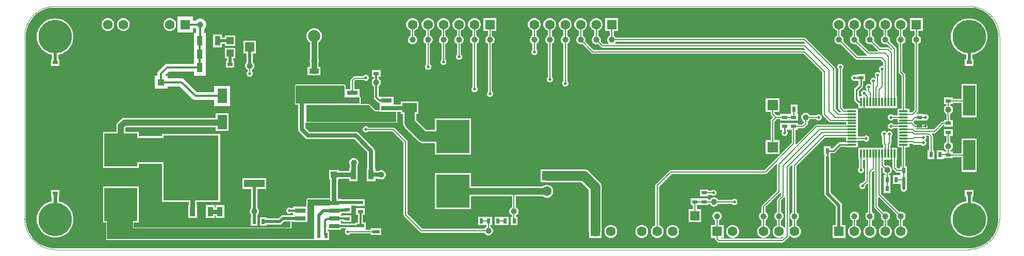
<source format=gtl>
G04*
G04 #@! TF.GenerationSoftware,Altium Limited,Altium Designer,23.8.1 (32)*
G04*
G04 Layer_Physical_Order=1*
G04 Layer_Color=255*
%FSAX44Y44*%
%MOMM*%
G71*
G04*
G04 #@! TF.SameCoordinates,78110BDE-5C4C-41F2-AE8D-2B4B6642ACCE*
G04*
G04*
G04 #@! TF.FilePolarity,Positive*
G04*
G01*
G75*
%ADD10C,0.2000*%
%ADD11C,0.3000*%
%ADD14C,0.7000*%
%ADD70C,0.1000*%
%ADD71R,0.9000X0.6000*%
%ADD72R,1.2000X1.2000*%
%ADD73R,1.5000X1.6000*%
%ADD74R,0.9000X1.6000*%
%ADD75R,0.6000X0.9000*%
%ADD76R,3.4290X1.2570*%
%ADD77R,9.0170X10.6680*%
%ADD78R,1.5500X2.3500*%
%ADD79R,1.2000X0.6000*%
%ADD80R,5.4000X5.4000*%
%ADD81C,1.0000*%
%ADD82R,1.8000X0.7000*%
%ADD83R,2.0000X5.0000*%
%ADD84R,1.4750X0.3000*%
%ADD85R,0.3000X1.4750*%
%ADD86R,2.3500X1.5500*%
%ADD87R,1.6000X0.9000*%
%ADD88R,1.3000X0.7000*%
%ADD117C,0.5000*%
%ADD118C,0.6000*%
%ADD119C,0.2500*%
%ADD120C,0.1270*%
%ADD121C,0.8000*%
%ADD122C,4.0000*%
%ADD123C,1.0000*%
%ADD124C,1.6000*%
%ADD125C,1.1000*%
%ADD126C,1.7000*%
%ADD127C,0.9000*%
%ADD128C,2.0000*%
%ADD129C,1.1000*%
%ADD130R,1.1000X1.1000*%
%ADD131R,1.1000X1.1000*%
%ADD132R,1.6000X1.6000*%
%ADD133C,1.6000*%
%ADD134R,1.7250X1.7250*%
%ADD135R,1.6000X1.6000*%
%ADD136C,5.5000*%
%ADD137C,0.5000*%
G36*
X02850000Y02197961D02*
X02853144Y02197961D01*
X02859377Y02197140D01*
X02865450Y02195513D01*
X02871258Y02193107D01*
X02876703Y02189964D01*
X02881690Y02186136D01*
X02886136Y02181691D01*
X02889963Y02176703D01*
X02893107Y02171258D01*
X02895513Y02165450D01*
X02897140Y02159377D01*
X02897961Y02153143D01*
X02897961Y02150000D01*
Y01850000D01*
Y01846857D01*
X02897140Y01840623D01*
X02895513Y01834550D01*
X02893107Y01828742D01*
X02889964Y01823297D01*
X02886136Y01818309D01*
X02881691Y01813864D01*
X02876703Y01810036D01*
X02871258Y01806893D01*
X02865450Y01804487D01*
X02859377Y01802860D01*
X02853144Y01802039D01*
X02850000D01*
X01350000Y01802039D01*
X01346856Y01802039D01*
X01340623Y01802860D01*
X01334550Y01804487D01*
X01328742Y01806893D01*
X01323297Y01810036D01*
X01318309Y01813864D01*
X01313864Y01818309D01*
X01310036Y01823297D01*
X01306893Y01828742D01*
X01304487Y01834550D01*
X01302860Y01840623D01*
X01302039Y01846857D01*
Y01850000D01*
X01302039Y02150000D01*
Y02153143D01*
X01302860Y02159377D01*
X01304487Y02165450D01*
X01306893Y02171258D01*
X01310036Y02176703D01*
X01313864Y02181691D01*
X01318309Y02186136D01*
X01323297Y02189964D01*
X01328742Y02193107D01*
X01334550Y02195513D01*
X01340623Y02197140D01*
X01346856Y02197961D01*
X01350000Y02197961D01*
X02850000Y02197961D01*
D02*
G37*
%LPC*%
G36*
X01539482Y02180500D02*
X01536718D01*
X01534047Y02179784D01*
X01531653Y02178402D01*
X01529698Y02176447D01*
X01528316Y02174053D01*
X01527600Y02171382D01*
Y02168618D01*
X01528316Y02165947D01*
X01529698Y02163553D01*
X01531653Y02161598D01*
X01534047Y02160216D01*
X01536718Y02159500D01*
X01539482D01*
X01542153Y02160216D01*
X01544547Y02161598D01*
X01546502Y02163553D01*
X01547884Y02165947D01*
X01548600Y02168618D01*
Y02171382D01*
X01547884Y02174053D01*
X01546502Y02176447D01*
X01544547Y02178402D01*
X01542153Y02179784D01*
X01539482Y02180500D01*
D02*
G37*
G36*
X01463282D02*
X01460518D01*
X01457847Y02179784D01*
X01455453Y02178402D01*
X01453498Y02176447D01*
X01452116Y02174053D01*
X01451400Y02171382D01*
Y02168618D01*
X01452116Y02165947D01*
X01453498Y02163553D01*
X01455453Y02161598D01*
X01457847Y02160216D01*
X01460518Y02159500D01*
X01463282D01*
X01465953Y02160216D01*
X01468347Y02161598D01*
X01470302Y02163553D01*
X01471684Y02165947D01*
X01472400Y02168618D01*
Y02171382D01*
X01471684Y02174053D01*
X01470302Y02176447D01*
X01468347Y02178402D01*
X01465953Y02179784D01*
X01463282Y02180500D01*
D02*
G37*
G36*
X01437882D02*
X01435118D01*
X01432447Y02179784D01*
X01430053Y02178402D01*
X01428098Y02176447D01*
X01426716Y02174053D01*
X01426000Y02171382D01*
Y02168618D01*
X01426716Y02165947D01*
X01428098Y02163553D01*
X01430053Y02161598D01*
X01432447Y02160216D01*
X01435118Y02159500D01*
X01437882D01*
X01440553Y02160216D01*
X01442947Y02161598D01*
X01444902Y02163553D01*
X01446284Y02165947D01*
X01447000Y02168618D01*
Y02171382D01*
X01446284Y02174053D01*
X01444902Y02176447D01*
X01442947Y02178402D01*
X01440553Y02179784D01*
X01437882Y02180500D01*
D02*
G37*
G36*
X02274000D02*
X02253000D01*
Y02159500D01*
X02260304D01*
Y02151815D01*
X02258895Y02151001D01*
X02257498Y02149605D01*
X02256511Y02147895D01*
X02256000Y02145987D01*
Y02144013D01*
X02256511Y02142105D01*
X02257498Y02140395D01*
X02258427Y02139466D01*
X02257901Y02138196D01*
X02249424D01*
X02245179Y02142441D01*
X02245600Y02144013D01*
Y02145987D01*
X02245089Y02147895D01*
X02244102Y02149605D01*
X02242705Y02151001D01*
X02241296Y02151815D01*
Y02159986D01*
X02242153Y02160216D01*
X02244547Y02161598D01*
X02246502Y02163553D01*
X02247884Y02165947D01*
X02248600Y02168618D01*
Y02171382D01*
X02247884Y02174053D01*
X02246502Y02176447D01*
X02244547Y02178402D01*
X02242153Y02179784D01*
X02239482Y02180500D01*
X02236718D01*
X02234047Y02179784D01*
X02231653Y02178402D01*
X02229698Y02176447D01*
X02228316Y02174053D01*
X02227600Y02171382D01*
Y02168618D01*
X02228316Y02165947D01*
X02229698Y02163553D01*
X02231653Y02161598D01*
X02234047Y02160216D01*
X02234904Y02159986D01*
Y02151815D01*
X02233495Y02151001D01*
X02232099Y02149605D01*
X02231111Y02147895D01*
X02230600Y02145987D01*
Y02144013D01*
X02231111Y02142105D01*
X02232099Y02140395D01*
X02233495Y02138999D01*
X02235205Y02138011D01*
X02237113Y02137500D01*
X02239087D01*
X02240659Y02137921D01*
X02245840Y02132740D01*
X02246877Y02132047D01*
X02248100Y02131804D01*
X02578676D01*
X02581234Y02129246D01*
X02580608Y02128076D01*
X02580000Y02128196D01*
X02234024D01*
X02219779Y02142441D01*
X02220200Y02144013D01*
Y02145987D01*
X02219689Y02147895D01*
X02218701Y02149605D01*
X02217305Y02151001D01*
X02215896Y02151815D01*
Y02159986D01*
X02216753Y02160216D01*
X02219147Y02161598D01*
X02221102Y02163553D01*
X02222484Y02165947D01*
X02223200Y02168618D01*
Y02171382D01*
X02222484Y02174053D01*
X02221102Y02176447D01*
X02219147Y02178402D01*
X02216753Y02179784D01*
X02214082Y02180500D01*
X02211318D01*
X02208647Y02179784D01*
X02206253Y02178402D01*
X02204298Y02176447D01*
X02202916Y02174053D01*
X02202200Y02171382D01*
Y02168618D01*
X02202916Y02165947D01*
X02204298Y02163553D01*
X02206253Y02161598D01*
X02208647Y02160216D01*
X02209504Y02159986D01*
Y02151815D01*
X02208095Y02151001D01*
X02206698Y02149605D01*
X02205711Y02147895D01*
X02205200Y02145987D01*
Y02144013D01*
X02205711Y02142105D01*
X02206698Y02140395D01*
X02208095Y02138999D01*
X02209805Y02138011D01*
X02211713Y02137500D01*
X02213687D01*
X02215259Y02137921D01*
X02230440Y02122740D01*
X02231477Y02122047D01*
X02232700Y02121804D01*
X02578676D01*
X02609304Y02091176D01*
Y02022500D01*
X02609547Y02021277D01*
X02610240Y02020240D01*
X02620240Y02010240D01*
X02621277Y02009547D01*
X02622500Y02009304D01*
X02647745D01*
Y02005696D01*
X02600000D01*
X02598777Y02005453D01*
X02597740Y02004760D01*
X02566370Y01973391D01*
X02565224Y01973985D01*
X02565197Y01974013D01*
Y01997000D01*
X02569000D01*
Y01999304D01*
X02577250D01*
X02578473Y01999547D01*
X02579510Y02000240D01*
X02584260Y02004990D01*
X02584953Y02006027D01*
X02585197Y02007250D01*
Y02010685D01*
X02586605Y02011499D01*
X02588001Y02012895D01*
X02588815Y02014304D01*
X02599125D01*
X02600168Y02013261D01*
X02602005Y02012500D01*
X02603995D01*
X02605832Y02013261D01*
X02607239Y02014668D01*
X02608000Y02016505D01*
Y02018495D01*
X02607239Y02020332D01*
X02605832Y02021739D01*
X02603995Y02022500D01*
X02602005D01*
X02600168Y02021739D01*
X02599125Y02020696D01*
X02588815D01*
X02588001Y02022105D01*
X02586605Y02023501D01*
X02584895Y02024489D01*
X02582987Y02025000D01*
X02581013D01*
X02579105Y02024489D01*
X02577395Y02023501D01*
X02575999Y02022105D01*
X02575011Y02020395D01*
X02574500Y02018487D01*
Y02016513D01*
X02575011Y02014605D01*
X02575999Y02012895D01*
X02577395Y02011499D01*
X02578804Y02010685D01*
Y02008574D01*
X02575926Y02005696D01*
X02569000D01*
Y02008000D01*
X02555270D01*
X02555000Y02008000D01*
X02554000D01*
X02553730Y02008000D01*
X02540000D01*
Y01997000D01*
X02543177D01*
Y01994998D01*
X02542761Y01994582D01*
X02542000Y01992745D01*
Y01990755D01*
X02542761Y01988918D01*
X02544168Y01987511D01*
X02546005Y01986750D01*
X02547995D01*
X02549832Y01987511D01*
X02551239Y01988918D01*
X02552000Y01990755D01*
Y01992745D01*
X02551239Y01994582D01*
X02550823Y01994998D01*
Y01997000D01*
X02553730D01*
X02554000Y01997000D01*
X02555000D01*
X02555270Y01997000D01*
X02558804D01*
Y01975324D01*
X02514176Y01930696D01*
X02360500D01*
X02359277Y01930453D01*
X02358240Y01929760D01*
X02335840Y01907360D01*
X02335147Y01906323D01*
X02334904Y01905100D01*
Y01840014D01*
X02334047Y01839784D01*
X02331653Y01838402D01*
X02329698Y01836447D01*
X02328316Y01834053D01*
X02327600Y01831382D01*
Y01828618D01*
X02328316Y01825947D01*
X02329698Y01823553D01*
X02331653Y01821598D01*
X02334047Y01820216D01*
X02336718Y01819500D01*
X02339482D01*
X02342153Y01820216D01*
X02344547Y01821598D01*
X02346502Y01823553D01*
X02347884Y01825947D01*
X02348600Y01828618D01*
Y01831382D01*
X02347884Y01834053D01*
X02346502Y01836447D01*
X02344547Y01838402D01*
X02342153Y01839784D01*
X02341296Y01840014D01*
Y01903776D01*
X02361824Y01924304D01*
X02515500D01*
X02516723Y01924547D01*
X02517760Y01925240D01*
X02533380Y01940860D01*
X02534526Y01940264D01*
X02534554Y01940237D01*
Y01896824D01*
X02510440Y01872710D01*
X02509747Y01871673D01*
X02509504Y01870450D01*
Y01861815D01*
X02508095Y01861001D01*
X02506698Y01859605D01*
X02505711Y01857895D01*
X02505200Y01855987D01*
Y01854013D01*
X02505711Y01852105D01*
X02506698Y01850395D01*
X02508095Y01848999D01*
X02509504Y01848185D01*
Y01840014D01*
X02508647Y01839784D01*
X02506253Y01838402D01*
X02504298Y01836447D01*
X02502916Y01834053D01*
X02502200Y01831382D01*
Y01828618D01*
X02502916Y01825947D01*
X02504298Y01823553D01*
X02506253Y01821598D01*
X02508647Y01820216D01*
X02511318Y01819500D01*
X02514082D01*
X02516753Y01820216D01*
X02519147Y01821598D01*
X02521102Y01823553D01*
X02522484Y01825947D01*
X02523200Y01828618D01*
Y01831382D01*
X02522484Y01834053D01*
X02521102Y01836447D01*
X02519147Y01838402D01*
X02516753Y01839784D01*
X02515896Y01840014D01*
Y01848185D01*
X02517305Y01848999D01*
X02518701Y01850395D01*
X02519689Y01852105D01*
X02520200Y01854013D01*
Y01855987D01*
X02519689Y01857895D01*
X02518701Y01859605D01*
X02517305Y01861001D01*
X02515896Y01861815D01*
Y01869126D01*
X02540010Y01893240D01*
X02540034Y01893275D01*
X02541304Y01892890D01*
Y01889324D01*
X02535840Y01883860D01*
X02535147Y01882823D01*
X02534904Y01881600D01*
Y01861815D01*
X02533495Y01861001D01*
X02532099Y01859605D01*
X02531111Y01857895D01*
X02530600Y01855987D01*
Y01854013D01*
X02531111Y01852105D01*
X02532099Y01850395D01*
X02533495Y01848999D01*
X02534904Y01848185D01*
Y01840014D01*
X02534047Y01839784D01*
X02531653Y01838402D01*
X02529698Y01836447D01*
X02528316Y01834053D01*
X02527600Y01831382D01*
Y01828618D01*
X02528316Y01825947D01*
X02529698Y01823553D01*
X02531653Y01821598D01*
X02534047Y01820216D01*
X02536718Y01819500D01*
X02539482D01*
X02542153Y01820216D01*
X02544547Y01821598D01*
X02545418Y01820689D01*
X02542926Y01818196D01*
X02441901D01*
X02441879Y01818230D01*
X02442558Y01819500D01*
X02447000D01*
Y01840500D01*
X02439696D01*
Y01848185D01*
X02441105Y01848999D01*
X02442502Y01850395D01*
X02443489Y01852105D01*
X02444000Y01854013D01*
Y01855987D01*
X02443489Y01857895D01*
X02442502Y01859605D01*
X02441105Y01861001D01*
X02439395Y01861989D01*
X02437487Y01862500D01*
X02435513D01*
X02433605Y01861989D01*
X02431895Y01861001D01*
X02430499Y01859605D01*
X02429511Y01857895D01*
X02429000Y01855987D01*
Y01854013D01*
X02429511Y01852105D01*
X02430499Y01850395D01*
X02431895Y01848999D01*
X02433304Y01848185D01*
Y01840500D01*
X02426000D01*
Y01819500D01*
X02433304D01*
Y01817750D01*
X02433547Y01816527D01*
X02434240Y01815490D01*
X02436990Y01812740D01*
X02438027Y01812047D01*
X02439250Y01811804D01*
X02544250D01*
X02545473Y01812047D01*
X02546510Y01812740D01*
X02553510Y01819740D01*
X02554203Y01820777D01*
X02554446Y01822000D01*
Y01822408D01*
X02555716Y01822934D01*
X02557053Y01821598D01*
X02559447Y01820216D01*
X02562118Y01819500D01*
X02564882D01*
X02567553Y01820216D01*
X02569947Y01821598D01*
X02571902Y01823553D01*
X02573284Y01825947D01*
X02574000Y01828618D01*
Y01831382D01*
X02573284Y01834053D01*
X02571902Y01836447D01*
X02569947Y01838402D01*
X02567553Y01839784D01*
X02566696Y01840014D01*
Y01848185D01*
X02568105Y01848999D01*
X02569502Y01850395D01*
X02570489Y01852105D01*
X02571000Y01854013D01*
Y01855987D01*
X02570489Y01857895D01*
X02569502Y01859605D01*
X02568105Y01861001D01*
X02566696Y01861815D01*
Y01937426D01*
X02613574Y01984304D01*
X02647745D01*
Y01978500D01*
X02667495D01*
Y01979304D01*
X02677375D01*
X02678418Y01978261D01*
X02680255Y01977500D01*
X02682245D01*
X02684082Y01978261D01*
X02685489Y01979668D01*
X02686250Y01981505D01*
Y01983495D01*
X02685489Y01985332D01*
X02684082Y01986739D01*
X02682245Y01987500D01*
X02680255D01*
X02678418Y01986739D01*
X02677375Y01985696D01*
X02667495D01*
Y01998500D01*
Y02008500D01*
Y02018500D01*
Y02031500D01*
X02647745D01*
Y02030696D01*
X02645324D01*
X02641696Y02034324D01*
Y02096625D01*
X02642739Y02097668D01*
X02643500Y02099505D01*
Y02101495D01*
X02642739Y02103332D01*
X02641332Y02104739D01*
X02639495Y02105500D01*
X02637505D01*
X02635668Y02104739D01*
X02634261Y02103332D01*
X02633500Y02101495D01*
Y02099505D01*
X02634261Y02097668D01*
X02635304Y02096625D01*
Y02033000D01*
X02635547Y02031777D01*
X02636240Y02030740D01*
X02640110Y02026870D01*
X02639624Y02025696D01*
X02636324D01*
X02630696Y02031324D01*
Y02097500D01*
X02630453Y02098723D01*
X02629760Y02099760D01*
X02582260Y02147260D01*
X02581223Y02147953D01*
X02580000Y02148196D01*
X02270315D01*
X02269501Y02149605D01*
X02268105Y02151001D01*
X02266696Y02151815D01*
Y02159500D01*
X02274000D01*
Y02180500D01*
D02*
G37*
G36*
X01937882D02*
X01935118D01*
X01932447Y02179784D01*
X01930053Y02178402D01*
X01928098Y02176447D01*
X01926716Y02174053D01*
X01926000Y02171382D01*
Y02168618D01*
X01926716Y02165947D01*
X01928098Y02163553D01*
X01930053Y02161598D01*
X01932447Y02160216D01*
X01933304Y02159986D01*
Y02151815D01*
X01931895Y02151001D01*
X01930499Y02149605D01*
X01929511Y02147895D01*
X01929000Y02145987D01*
Y02144013D01*
X01929511Y02142105D01*
X01930499Y02140395D01*
X01931895Y02138999D01*
X01933605Y02138011D01*
X01935513Y02137500D01*
X01937487D01*
X01939395Y02138011D01*
X01941105Y02138999D01*
X01942502Y02140395D01*
X01943489Y02142105D01*
X01944000Y02144013D01*
Y02145987D01*
X01943489Y02147895D01*
X01942502Y02149605D01*
X01941105Y02151001D01*
X01939696Y02151815D01*
Y02159986D01*
X01940553Y02160216D01*
X01942947Y02161598D01*
X01944902Y02163553D01*
X01946284Y02165947D01*
X01947000Y02168618D01*
Y02171382D01*
X01946284Y02174053D01*
X01944902Y02176447D01*
X01942947Y02178402D01*
X01940553Y02179784D01*
X01937882Y02180500D01*
D02*
G37*
G36*
X01623500Y02153500D02*
X01609500D01*
Y02132500D01*
X01623500D01*
Y02137902D01*
X01628500D01*
Y02134500D01*
X01645500D01*
Y02151500D01*
X01628500D01*
Y02148098D01*
X01623500D01*
Y02153500D01*
D02*
G37*
G36*
X02714082Y02180500D02*
X02711318D01*
X02708647Y02179784D01*
X02706253Y02178402D01*
X02704298Y02176447D01*
X02702916Y02174053D01*
X02702200Y02171382D01*
Y02168618D01*
X02702916Y02165947D01*
X02704298Y02163553D01*
X02706253Y02161598D01*
X02708647Y02160216D01*
X02709503Y02159986D01*
Y02151815D01*
X02708095Y02151001D01*
X02706699Y02149605D01*
X02705711Y02147895D01*
X02705200Y02145987D01*
Y02144013D01*
X02705711Y02142105D01*
X02706699Y02140395D01*
X02708095Y02138999D01*
X02709805Y02138011D01*
X02711713Y02137500D01*
X02713687D01*
X02715258Y02137921D01*
X02724130Y02129050D01*
X02724038Y02128264D01*
X02722749Y02127771D01*
X02719260Y02131260D01*
X02718223Y02131953D01*
X02717000Y02132196D01*
X02704624D01*
X02694379Y02142441D01*
X02694800Y02144013D01*
Y02145987D01*
X02694289Y02147895D01*
X02693301Y02149605D01*
X02691905Y02151001D01*
X02690497Y02151815D01*
Y02159986D01*
X02691353Y02160216D01*
X02693747Y02161598D01*
X02695702Y02163553D01*
X02697084Y02165947D01*
X02697800Y02168618D01*
Y02171382D01*
X02697084Y02174053D01*
X02695702Y02176447D01*
X02693747Y02178402D01*
X02691353Y02179784D01*
X02688682Y02180500D01*
X02685918D01*
X02683247Y02179784D01*
X02680853Y02178402D01*
X02678898Y02176447D01*
X02677516Y02174053D01*
X02676800Y02171382D01*
Y02168618D01*
X02677516Y02165947D01*
X02678898Y02163553D01*
X02680853Y02161598D01*
X02683247Y02160216D01*
X02684104Y02159986D01*
Y02151815D01*
X02682695Y02151001D01*
X02681299Y02149605D01*
X02680311Y02147895D01*
X02679800Y02145987D01*
Y02144013D01*
X02680311Y02142105D01*
X02681299Y02140395D01*
X02682695Y02138999D01*
X02684405Y02138011D01*
X02686313Y02137500D01*
X02688287D01*
X02689859Y02137921D01*
X02700563Y02127216D01*
X02700037Y02125946D01*
X02685474D01*
X02668979Y02142441D01*
X02669400Y02144013D01*
Y02145987D01*
X02668889Y02147895D01*
X02667902Y02149605D01*
X02666505Y02151001D01*
X02665096Y02151815D01*
Y02159986D01*
X02665953Y02160216D01*
X02668347Y02161598D01*
X02670302Y02163553D01*
X02671684Y02165947D01*
X02672400Y02168618D01*
Y02171382D01*
X02671684Y02174053D01*
X02670302Y02176447D01*
X02668347Y02178402D01*
X02665953Y02179784D01*
X02663282Y02180500D01*
X02660518D01*
X02657847Y02179784D01*
X02655453Y02178402D01*
X02653498Y02176447D01*
X02652115Y02174053D01*
X02651400Y02171382D01*
Y02168618D01*
X02652115Y02165947D01*
X02653498Y02163553D01*
X02655453Y02161598D01*
X02657847Y02160216D01*
X02658704Y02159986D01*
Y02151815D01*
X02657295Y02151001D01*
X02655898Y02149605D01*
X02654911Y02147895D01*
X02654400Y02145987D01*
Y02144013D01*
X02654911Y02142105D01*
X02655898Y02140395D01*
X02657295Y02138999D01*
X02659005Y02138011D01*
X02660912Y02137500D01*
X02662887D01*
X02664459Y02137921D01*
X02681890Y02120490D01*
X02682673Y02119966D01*
X02682445Y02118696D01*
X02667324D01*
X02643579Y02142441D01*
X02644000Y02144013D01*
Y02145987D01*
X02643489Y02147895D01*
X02642502Y02149605D01*
X02641105Y02151001D01*
X02639696Y02151815D01*
Y02159986D01*
X02640553Y02160216D01*
X02642947Y02161598D01*
X02644902Y02163553D01*
X02646284Y02165947D01*
X02647000Y02168618D01*
Y02171382D01*
X02646284Y02174053D01*
X02644902Y02176447D01*
X02642947Y02178402D01*
X02640553Y02179784D01*
X02637882Y02180500D01*
X02635117D01*
X02632447Y02179784D01*
X02630053Y02178402D01*
X02628098Y02176447D01*
X02626716Y02174053D01*
X02626000Y02171382D01*
Y02168618D01*
X02626716Y02165947D01*
X02628098Y02163553D01*
X02630053Y02161598D01*
X02632447Y02160216D01*
X02633304Y02159986D01*
Y02151815D01*
X02631895Y02151001D01*
X02630498Y02149605D01*
X02629511Y02147895D01*
X02629000Y02145987D01*
Y02144013D01*
X02629511Y02142105D01*
X02630498Y02140395D01*
X02631895Y02138999D01*
X02633605Y02138011D01*
X02635513Y02137500D01*
X02637487D01*
X02639059Y02137921D01*
X02663740Y02113240D01*
X02664777Y02112547D01*
X02666000Y02112304D01*
X02704926D01*
X02709304Y02107926D01*
Y02102541D01*
X02708495Y02102000D01*
X02706505D01*
X02704668Y02101239D01*
X02703261Y02099832D01*
X02702500Y02097995D01*
Y02096006D01*
X02703261Y02094168D01*
X02704304Y02093125D01*
Y02091564D01*
X02703034Y02091037D01*
X02702832Y02091239D01*
X02700995Y02092000D01*
X02699005D01*
X02697168Y02091239D01*
X02695761Y02089832D01*
X02695000Y02087995D01*
Y02086006D01*
X02695761Y02084168D01*
X02696804Y02083125D01*
Y02081564D01*
X02695534Y02081037D01*
X02695332Y02081239D01*
X02693495Y02082000D01*
X02691505D01*
X02689668Y02081239D01*
X02688261Y02079832D01*
X02687500Y02077995D01*
Y02076005D01*
X02688261Y02074168D01*
X02689304Y02073125D01*
Y02071564D01*
X02688034Y02071037D01*
X02687832Y02071239D01*
X02685995Y02072000D01*
X02684005D01*
X02682168Y02071239D01*
X02680761Y02069832D01*
X02680000Y02067995D01*
Y02066005D01*
X02680761Y02064168D01*
X02681804Y02063125D01*
Y02061564D01*
X02680534Y02061037D01*
X02680332Y02061239D01*
X02678495Y02062000D01*
X02676505D01*
X02674668Y02061239D01*
X02673261Y02059832D01*
X02672500Y02057995D01*
Y02056005D01*
X02673261Y02054168D01*
X02673904Y02053525D01*
X02673378Y02052255D01*
X02668824D01*
Y02060916D01*
X02675204Y02067296D01*
X02676032Y02068537D01*
X02676324Y02070000D01*
Y02077000D01*
X02679500D01*
Y02088000D01*
X02665500D01*
Y02087617D01*
X02665220Y02087349D01*
X02664230Y02086885D01*
X02662745Y02087500D01*
X02660755D01*
X02658918Y02086739D01*
X02657511Y02085332D01*
X02656750Y02083495D01*
Y02081505D01*
X02657511Y02079668D01*
X02658918Y02078261D01*
X02660755Y02077500D01*
X02662745D01*
X02664230Y02078115D01*
X02665220Y02077651D01*
X02665500Y02077383D01*
Y02077000D01*
X02668676D01*
Y02071584D01*
X02662296Y02065204D01*
X02661468Y02063963D01*
X02661176Y02062500D01*
Y02046500D01*
X02661468Y02045037D01*
X02662296Y02043797D01*
X02666416Y02039676D01*
X02667657Y02038848D01*
X02668500Y02038680D01*
Y02032505D01*
X02676500D01*
Y02051206D01*
X02676500Y02051996D01*
X02676505Y02052000D01*
X02677054Y02052000D01*
X02677980D01*
X02678500Y02051480D01*
Y02032505D01*
X02731500D01*
Y02052255D01*
X02730696D01*
Y02130200D01*
X02730453Y02131423D01*
X02729760Y02132460D01*
X02719779Y02142441D01*
X02720200Y02144013D01*
Y02145987D01*
X02719689Y02147895D01*
X02718701Y02149605D01*
X02717305Y02151001D01*
X02715896Y02151815D01*
Y02159986D01*
X02716753Y02160216D01*
X02719147Y02161598D01*
X02721102Y02163553D01*
X02722484Y02165947D01*
X02723200Y02168618D01*
Y02171382D01*
X02722484Y02174053D01*
X02721102Y02176447D01*
X02719147Y02178402D01*
X02716753Y02179784D01*
X02714082Y02180500D01*
D02*
G37*
G36*
X02137882D02*
X02135118D01*
X02132447Y02179784D01*
X02130053Y02178402D01*
X02128098Y02176447D01*
X02126716Y02174053D01*
X02126000Y02171382D01*
Y02168618D01*
X02126716Y02165947D01*
X02128098Y02163553D01*
X02130053Y02161598D01*
X02132447Y02160216D01*
X02133304Y02159986D01*
Y02151815D01*
X02131895Y02151001D01*
X02130499Y02149605D01*
X02129511Y02147895D01*
X02129000Y02145987D01*
Y02144013D01*
X02129511Y02142105D01*
X02130499Y02140395D01*
X02131895Y02138999D01*
X02133304Y02138185D01*
Y02128625D01*
X02132261Y02127582D01*
X02131500Y02125745D01*
Y02123755D01*
X02132261Y02121918D01*
X02133668Y02120511D01*
X02135505Y02119750D01*
X02137495D01*
X02139332Y02120511D01*
X02140739Y02121918D01*
X02141500Y02123755D01*
Y02125745D01*
X02140739Y02127582D01*
X02139696Y02128625D01*
Y02138185D01*
X02141105Y02138999D01*
X02142502Y02140395D01*
X02143489Y02142105D01*
X02144000Y02144013D01*
Y02145987D01*
X02143489Y02147895D01*
X02142502Y02149605D01*
X02141105Y02151001D01*
X02139696Y02151815D01*
Y02159986D01*
X02140553Y02160216D01*
X02142947Y02161598D01*
X02144902Y02163553D01*
X02146284Y02165947D01*
X02147000Y02168618D01*
Y02171382D01*
X02146284Y02174053D01*
X02144902Y02176447D01*
X02142947Y02178402D01*
X02140553Y02179784D01*
X02137882Y02180500D01*
D02*
G37*
G36*
X02014082D02*
X02011318D01*
X02008647Y02179784D01*
X02006253Y02178402D01*
X02004298Y02176447D01*
X02002916Y02174053D01*
X02002200Y02171382D01*
Y02168618D01*
X02002916Y02165947D01*
X02004298Y02163553D01*
X02006253Y02161598D01*
X02008647Y02160216D01*
X02009504Y02159986D01*
Y02151815D01*
X02008095Y02151001D01*
X02006698Y02149605D01*
X02005711Y02147895D01*
X02005200Y02145987D01*
Y02144013D01*
X02005711Y02142105D01*
X02006698Y02140395D01*
X02008095Y02138999D01*
X02009529Y02138171D01*
Y02120600D01*
X02008511Y02119582D01*
X02007750Y02117745D01*
Y02115755D01*
X02008511Y02113918D01*
X02009918Y02112511D01*
X02011755Y02111750D01*
X02013745D01*
X02015582Y02112511D01*
X02016989Y02113918D01*
X02017750Y02115755D01*
Y02117745D01*
X02016989Y02119582D01*
X02015921Y02120650D01*
Y02138200D01*
X02017305Y02138999D01*
X02018701Y02140395D01*
X02019689Y02142105D01*
X02020200Y02144013D01*
Y02145987D01*
X02019689Y02147895D01*
X02018701Y02149605D01*
X02017305Y02151001D01*
X02015896Y02151815D01*
Y02159986D01*
X02016753Y02160216D01*
X02019147Y02161598D01*
X02021102Y02163553D01*
X02022484Y02165947D01*
X02023200Y02168618D01*
Y02171382D01*
X02022484Y02174053D01*
X02021102Y02176447D01*
X02019147Y02178402D01*
X02016753Y02179784D01*
X02014082Y02180500D01*
D02*
G37*
G36*
X01988682D02*
X01985918D01*
X01983247Y02179784D01*
X01980853Y02178402D01*
X01978898Y02176447D01*
X01977516Y02174053D01*
X01976800Y02171382D01*
Y02168618D01*
X01977516Y02165947D01*
X01978898Y02163553D01*
X01980853Y02161598D01*
X01983247Y02160216D01*
X01984104Y02159986D01*
Y02151815D01*
X01982695Y02151001D01*
X01981299Y02149605D01*
X01980311Y02147895D01*
X01979800Y02145987D01*
Y02144013D01*
X01980311Y02142105D01*
X01981299Y02140395D01*
X01982695Y02138999D01*
X01984104Y02138185D01*
Y02112175D01*
X01983011Y02111082D01*
X01982250Y02109245D01*
Y02107256D01*
X01983011Y02105418D01*
X01984418Y02104011D01*
X01986255Y02103250D01*
X01988245D01*
X01990082Y02104011D01*
X01991489Y02105418D01*
X01992250Y02107256D01*
Y02109245D01*
X01991489Y02111082D01*
X01990496Y02112075D01*
Y02138185D01*
X01991905Y02138999D01*
X01993302Y02140395D01*
X01994289Y02142105D01*
X01994800Y02144013D01*
Y02145987D01*
X01994289Y02147895D01*
X01993302Y02149605D01*
X01991905Y02151001D01*
X01990496Y02151815D01*
Y02159986D01*
X01991353Y02160216D01*
X01993747Y02161598D01*
X01995702Y02163553D01*
X01997084Y02165947D01*
X01997800Y02168618D01*
Y02171382D01*
X01997084Y02174053D01*
X01995702Y02176447D01*
X01993747Y02178402D01*
X01991353Y02179784D01*
X01988682Y02180500D01*
D02*
G37*
G36*
X02852361Y02180000D02*
X02847639D01*
X02842975Y02179261D01*
X02838484Y02177802D01*
X02834277Y02175658D01*
X02830456Y02172883D01*
X02827117Y02169544D01*
X02824342Y02165723D01*
X02822198Y02161516D01*
X02820739Y02157025D01*
X02820000Y02152361D01*
Y02147639D01*
X02820739Y02142975D01*
X02822198Y02138484D01*
X02824342Y02134277D01*
X02827117Y02130456D01*
X02830456Y02127117D01*
X02834277Y02124342D01*
X02838484Y02122198D01*
X02842975Y02120739D01*
X02844902Y02120434D01*
Y02113000D01*
X02843000D01*
Y02102000D01*
X02857000D01*
Y02113000D01*
X02855098D01*
Y02120434D01*
X02857025Y02120739D01*
X02861516Y02122198D01*
X02865723Y02124342D01*
X02869544Y02127117D01*
X02872883Y02130456D01*
X02875658Y02134277D01*
X02877802Y02138484D01*
X02879261Y02142975D01*
X02880000Y02147639D01*
Y02152361D01*
X02879261Y02157025D01*
X02877802Y02161516D01*
X02875658Y02165723D01*
X02872883Y02169544D01*
X02869544Y02172883D01*
X02865723Y02175658D01*
X02861516Y02177802D01*
X02857025Y02179261D01*
X02852361Y02180000D01*
D02*
G37*
G36*
X01352361D02*
X01347639D01*
X01342975Y02179261D01*
X01338484Y02177802D01*
X01334277Y02175658D01*
X01330456Y02172883D01*
X01327117Y02169544D01*
X01324342Y02165723D01*
X01322198Y02161516D01*
X01320739Y02157025D01*
X01320000Y02152361D01*
Y02147639D01*
X01320739Y02142975D01*
X01322198Y02138484D01*
X01324342Y02134277D01*
X01327117Y02130456D01*
X01330456Y02127117D01*
X01334277Y02124342D01*
X01338484Y02122198D01*
X01342975Y02120739D01*
X01344902Y02120434D01*
Y02113000D01*
X01343000D01*
Y02102000D01*
X01357000D01*
Y02113000D01*
X01355098D01*
Y02120434D01*
X01357025Y02120739D01*
X01361516Y02122198D01*
X01365723Y02124342D01*
X01369544Y02127117D01*
X01372883Y02130456D01*
X01375658Y02134277D01*
X01377802Y02138484D01*
X01379261Y02142975D01*
X01380000Y02147639D01*
Y02152361D01*
X01379261Y02157025D01*
X01377802Y02161516D01*
X01375658Y02165723D01*
X01372883Y02169544D01*
X01369544Y02172883D01*
X01365723Y02175658D01*
X01361516Y02177802D01*
X01357025Y02179261D01*
X01352361Y02180000D01*
D02*
G37*
G36*
X01645500Y02131500D02*
X01628500D01*
Y02114500D01*
X01631902D01*
Y02110000D01*
X01630000D01*
Y02099000D01*
X01644000D01*
Y02110000D01*
X01642098D01*
Y02114500D01*
X01645500D01*
Y02131500D01*
D02*
G37*
G36*
X01963282Y02180500D02*
X01960518D01*
X01957847Y02179784D01*
X01955453Y02178402D01*
X01953498Y02176447D01*
X01952116Y02174053D01*
X01951400Y02171382D01*
Y02168618D01*
X01952116Y02165947D01*
X01953498Y02163553D01*
X01955453Y02161598D01*
X01957847Y02160216D01*
X01958704Y02159986D01*
Y02151815D01*
X01957295Y02151001D01*
X01955898Y02149605D01*
X01954911Y02147895D01*
X01954400Y02145987D01*
Y02144013D01*
X01954911Y02142105D01*
X01955898Y02140395D01*
X01957295Y02138999D01*
X01958704Y02138185D01*
Y02104437D01*
X01957652Y02103385D01*
X01956891Y02101547D01*
Y02099558D01*
X01957652Y02097720D01*
X01959058Y02096314D01*
X01960896Y02095553D01*
X01962885D01*
X01964723Y02096314D01*
X01966129Y02097720D01*
X01966891Y02099558D01*
Y02101547D01*
X01966129Y02103385D01*
X01965096Y02104418D01*
Y02138185D01*
X01966505Y02138999D01*
X01967901Y02140395D01*
X01968889Y02142105D01*
X01969400Y02144013D01*
Y02145987D01*
X01968889Y02147895D01*
X01967901Y02149605D01*
X01966505Y02151001D01*
X01965096Y02151815D01*
Y02159986D01*
X01965953Y02160216D01*
X01968347Y02161598D01*
X01970302Y02163553D01*
X01971684Y02165947D01*
X01972400Y02168618D01*
Y02171382D01*
X01971684Y02174053D01*
X01970302Y02176447D01*
X01968347Y02178402D01*
X01965953Y02179784D01*
X01963282Y02180500D01*
D02*
G37*
G36*
X01776646Y02163500D02*
X01773354D01*
X01770175Y02162648D01*
X01767325Y02161003D01*
X01764998Y02158675D01*
X01763352Y02155825D01*
X01762500Y02152646D01*
Y02149354D01*
X01763352Y02146175D01*
X01764998Y02143325D01*
X01767325Y02140997D01*
X01767940Y02140643D01*
Y02112628D01*
X01767500Y02110987D01*
Y02109013D01*
X01767940Y02107372D01*
Y02100500D01*
X01764500D01*
Y02086500D01*
X01774541D01*
X01775000Y02086440D01*
X01775459Y02086500D01*
X01785500D01*
Y02100500D01*
X01782060D01*
Y02107372D01*
X01782500Y02109013D01*
Y02110987D01*
X01782060Y02112628D01*
Y02140643D01*
X01782675Y02140997D01*
X01785002Y02143325D01*
X01786648Y02146175D01*
X01787500Y02149354D01*
Y02152646D01*
X01786648Y02155825D01*
X01785002Y02158675D01*
X01782675Y02161003D01*
X01779825Y02162648D01*
X01776646Y02163500D01*
D02*
G37*
G36*
X01576500Y02183000D02*
X01550500D01*
Y02157000D01*
X01576500D01*
Y02163444D01*
X01580414D01*
X01581444Y02162414D01*
Y02156000D01*
X01578000D01*
Y02130000D01*
Y02108000D01*
Y02105556D01*
X01534000D01*
X01532303Y02105333D01*
X01530722Y02104678D01*
X01529364Y02103636D01*
X01519364Y02093636D01*
X01518322Y02092278D01*
X01517667Y02090697D01*
X01517444Y02089000D01*
Y02085500D01*
X01513500D01*
Y02064500D01*
X01534500D01*
Y02068444D01*
X01554784D01*
X01575364Y02047864D01*
X01576722Y02046822D01*
X01578303Y02046167D01*
X01580000Y02045944D01*
X01611250D01*
Y02035750D01*
X01636750D01*
Y02069250D01*
X01611250D01*
Y02059056D01*
X01582716D01*
X01562136Y02079636D01*
X01560778Y02080678D01*
X01559197Y02081333D01*
X01557500Y02081556D01*
X01534500D01*
Y02085500D01*
X01531568D01*
X01531042Y02086770D01*
X01536716Y02092444D01*
X01578000D01*
Y02086000D01*
X01597000D01*
Y02108000D01*
Y02130000D01*
Y02156000D01*
X01594556D01*
Y02162414D01*
X01596002Y02163860D01*
X01597319Y02166140D01*
X01598000Y02168683D01*
Y02171317D01*
X01597319Y02173860D01*
X01596002Y02176140D01*
X01594140Y02178002D01*
X01591860Y02179319D01*
X01589317Y02180000D01*
X01586684D01*
X01584140Y02179319D01*
X01581860Y02178002D01*
X01580414Y02176556D01*
X01576500D01*
Y02183000D01*
D02*
G37*
G36*
X01679500Y02143500D02*
X01659500D01*
Y02122500D01*
X01664402D01*
Y02107509D01*
X01663499Y02106605D01*
X01662511Y02104895D01*
X01662000Y02102987D01*
Y02101013D01*
X01662511Y02099105D01*
X01663499Y02097395D01*
X01664895Y02095999D01*
X01666304Y02095185D01*
Y02093375D01*
X01665261Y02092332D01*
X01664500Y02090495D01*
Y02088505D01*
X01665261Y02086668D01*
X01666668Y02085261D01*
X01668505Y02084500D01*
X01670495D01*
X01672332Y02085261D01*
X01673739Y02086668D01*
X01674500Y02088505D01*
Y02090495D01*
X01673739Y02092332D01*
X01672696Y02093375D01*
Y02095185D01*
X01674105Y02095999D01*
X01675502Y02097395D01*
X01676489Y02099105D01*
X01677000Y02101013D01*
Y02102987D01*
X01676489Y02104895D01*
X01675502Y02106605D01*
X01674598Y02107509D01*
Y02122500D01*
X01679500D01*
Y02143500D01*
D02*
G37*
G36*
X01884000Y02095000D02*
X01870000D01*
Y02084000D01*
X01872922D01*
Y02081306D01*
X01872395Y02081001D01*
X01870999Y02079605D01*
X01870011Y02077895D01*
X01869500Y02075987D01*
Y02074013D01*
X01870011Y02072105D01*
X01870999Y02070395D01*
X01872395Y02068999D01*
X01872922Y02068694D01*
Y02050500D01*
X01872922Y02050500D01*
X01873232Y02048939D01*
X01874116Y02047616D01*
X01879266Y02042466D01*
X01879266Y02042466D01*
X01880589Y02041582D01*
X01882150Y02041272D01*
X01882500Y02040922D01*
X01882500Y02039000D01*
X01882500Y02038080D01*
Y02028875D01*
X01875569D01*
X01865972Y02038472D01*
X01865000Y02038875D01*
X01865000Y02038875D01*
X01852283D01*
X01851375Y02040000D01*
Y02050000D01*
X01850972Y02050972D01*
X01850418Y02051201D01*
X01849847Y02051729D01*
X01849500Y02052534D01*
Y02064050D01*
X01841016D01*
Y02076495D01*
X01843175Y02078655D01*
X01856774D01*
X01857168Y02078261D01*
X01859005Y02077500D01*
X01860995D01*
X01862832Y02078261D01*
X01864239Y02079668D01*
X01865000Y02081505D01*
Y02083495D01*
X01864239Y02085332D01*
X01862832Y02086739D01*
X01860995Y02087500D01*
X01859005D01*
X01857168Y02086739D01*
X01855761Y02085332D01*
X01855643Y02085047D01*
X01841851D01*
X01840628Y02084804D01*
X01839591Y02084111D01*
X01835559Y02080079D01*
X01834866Y02079043D01*
X01834623Y02077819D01*
Y02064050D01*
X01826500Y02064050D01*
X01826375Y02065268D01*
Y02070000D01*
X01825972Y02070972D01*
X01825000Y02071375D01*
X01785500D01*
Y02071500D01*
X01764500D01*
Y02071375D01*
X01745000D01*
X01744028Y02070972D01*
X01743625Y02070000D01*
Y02040000D01*
X01744028Y02039028D01*
X01745000Y02038625D01*
X01748882D01*
Y01997500D01*
X01749348Y01995159D01*
X01750674Y01993174D01*
X01760674Y01983174D01*
X01762659Y01981848D01*
X01765000Y01981382D01*
X01840966D01*
X01862383Y01959966D01*
Y01933500D01*
X01861500D01*
Y01912500D01*
X01875500D01*
Y01916882D01*
X01880596D01*
X01882105Y01916011D01*
X01884013Y01915500D01*
X01885987D01*
X01887895Y01916011D01*
X01889605Y01916998D01*
X01891001Y01918395D01*
X01891989Y01920105D01*
X01892500Y01922013D01*
Y01923987D01*
X01891989Y01925895D01*
X01891001Y01927605D01*
X01889605Y01929001D01*
X01887895Y01929989D01*
X01885987Y01930500D01*
X01884013D01*
X01882105Y01929989D01*
X01880596Y01929118D01*
X01875500D01*
Y01933500D01*
X01874617D01*
Y01962500D01*
X01874152Y01964841D01*
X01872826Y01966826D01*
X01847826Y01991826D01*
X01845841Y01993152D01*
X01843500Y01993618D01*
X01767534D01*
X01761118Y02000034D01*
Y02007823D01*
X01762388Y02008672D01*
X01762500Y02008625D01*
X01910000D01*
X01910972Y02009028D01*
X01911375Y02010000D01*
Y02026532D01*
X01917750D01*
Y02022750D01*
X01920905D01*
Y02008000D01*
X01921283Y02005128D01*
X01922392Y02002453D01*
X01924155Y02000155D01*
X01946155Y01978155D01*
X01948452Y01976392D01*
X01951128Y01975283D01*
X01954000Y01974905D01*
X01973500D01*
Y01956500D01*
X02032500D01*
Y02015500D01*
X01973500D01*
Y01997095D01*
X01958596D01*
X01943095Y02012596D01*
Y02022750D01*
X01946250D01*
Y02043250D01*
X01933101D01*
X01932000Y02043395D01*
X01930899Y02043250D01*
X01917750D01*
Y02038768D01*
X01906529D01*
X01905500Y02039350D01*
X01905500Y02040038D01*
Y02051350D01*
X01882500D01*
X01882500Y02051350D01*
Y02051350D01*
X01881425Y02051842D01*
X01881078Y02052189D01*
Y02068694D01*
X01881605Y02068999D01*
X01883002Y02070395D01*
X01883989Y02072105D01*
X01884500Y02074013D01*
Y02075987D01*
X01883989Y02077895D01*
X01883002Y02079605D01*
X01881605Y02081001D01*
X01881078Y02081306D01*
Y02084000D01*
X01884000D01*
Y02095000D01*
D02*
G37*
G36*
X02163282Y02180500D02*
X02160518D01*
X02157847Y02179784D01*
X02155453Y02178402D01*
X02153498Y02176447D01*
X02152116Y02174053D01*
X02151400Y02171382D01*
Y02168618D01*
X02152116Y02165947D01*
X02153498Y02163553D01*
X02155453Y02161598D01*
X02157847Y02160216D01*
X02158704Y02159986D01*
Y02151815D01*
X02157295Y02151001D01*
X02155898Y02149605D01*
X02154911Y02147895D01*
X02154400Y02145987D01*
Y02144013D01*
X02154911Y02142105D01*
X02155898Y02140395D01*
X02157295Y02138999D01*
X02158704Y02138185D01*
Y02083875D01*
X02157661Y02082832D01*
X02156900Y02080995D01*
Y02079005D01*
X02157661Y02077168D01*
X02159068Y02075761D01*
X02160905Y02075000D01*
X02162895D01*
X02164732Y02075761D01*
X02166139Y02077168D01*
X02166900Y02079005D01*
Y02080995D01*
X02166139Y02082832D01*
X02165096Y02083875D01*
Y02138185D01*
X02166505Y02138999D01*
X02167901Y02140395D01*
X02168889Y02142105D01*
X02169400Y02144013D01*
Y02145987D01*
X02168889Y02147895D01*
X02167901Y02149605D01*
X02166505Y02151001D01*
X02165096Y02151815D01*
Y02159986D01*
X02165953Y02160216D01*
X02168347Y02161598D01*
X02170302Y02163553D01*
X02171684Y02165947D01*
X02172400Y02168618D01*
Y02171382D01*
X02171684Y02174053D01*
X02170302Y02176447D01*
X02168347Y02178402D01*
X02165953Y02179784D01*
X02163282Y02180500D01*
D02*
G37*
G36*
X02188682D02*
X02185918D01*
X02183247Y02179784D01*
X02180853Y02178402D01*
X02178898Y02176447D01*
X02177516Y02174053D01*
X02176800Y02171382D01*
Y02168618D01*
X02177516Y02165947D01*
X02178898Y02163553D01*
X02180853Y02161598D01*
X02183247Y02160216D01*
X02184104Y02159986D01*
Y02151815D01*
X02182695Y02151001D01*
X02181299Y02149605D01*
X02180311Y02147895D01*
X02179800Y02145987D01*
Y02144013D01*
X02180311Y02142105D01*
X02181299Y02140395D01*
X02182695Y02138999D01*
X02184104Y02138185D01*
Y02077175D01*
X02183011Y02076082D01*
X02182250Y02074245D01*
Y02072255D01*
X02183011Y02070418D01*
X02184418Y02069011D01*
X02186255Y02068250D01*
X02188244D01*
X02190082Y02069011D01*
X02191489Y02070418D01*
X02192250Y02072255D01*
Y02074245D01*
X02191489Y02076082D01*
X02190496Y02077075D01*
Y02138185D01*
X02191905Y02138999D01*
X02193302Y02140395D01*
X02194289Y02142105D01*
X02194800Y02144013D01*
Y02145987D01*
X02194289Y02147895D01*
X02193302Y02149605D01*
X02191905Y02151001D01*
X02190496Y02151815D01*
Y02159986D01*
X02191353Y02160216D01*
X02193747Y02161598D01*
X02195702Y02163553D01*
X02197084Y02165947D01*
X02197800Y02168618D01*
Y02171382D01*
X02197084Y02174053D01*
X02195702Y02176447D01*
X02193747Y02178402D01*
X02191353Y02179784D01*
X02188682Y02180500D01*
D02*
G37*
G36*
X02039482D02*
X02036718D01*
X02034047Y02179784D01*
X02031653Y02178402D01*
X02029698Y02176447D01*
X02028316Y02174053D01*
X02027600Y02171382D01*
Y02168618D01*
X02028316Y02165947D01*
X02029698Y02163553D01*
X02031653Y02161598D01*
X02034047Y02160216D01*
X02034904Y02159986D01*
Y02151815D01*
X02033495Y02151001D01*
X02032099Y02149605D01*
X02031111Y02147895D01*
X02030600Y02145987D01*
Y02144013D01*
X02031111Y02142105D01*
X02032099Y02140395D01*
X02033495Y02138999D01*
X02034979Y02138142D01*
Y02067300D01*
X02034011Y02066332D01*
X02033250Y02064495D01*
Y02062505D01*
X02034011Y02060668D01*
X02035418Y02059261D01*
X02037255Y02058500D01*
X02039245D01*
X02041082Y02059261D01*
X02042489Y02060668D01*
X02043250Y02062505D01*
Y02064495D01*
X02042489Y02066332D01*
X02041371Y02067450D01*
Y02138228D01*
X02042705Y02138999D01*
X02044102Y02140395D01*
X02045089Y02142105D01*
X02045600Y02144013D01*
Y02145987D01*
X02045089Y02147895D01*
X02044102Y02149605D01*
X02042705Y02151001D01*
X02041296Y02151815D01*
Y02159986D01*
X02042153Y02160216D01*
X02044547Y02161598D01*
X02046502Y02163553D01*
X02047884Y02165947D01*
X02048600Y02168618D01*
Y02171382D01*
X02047884Y02174053D01*
X02046502Y02176447D01*
X02044547Y02178402D01*
X02042153Y02179784D01*
X02039482Y02180500D01*
D02*
G37*
G36*
X02074000D02*
X02053000D01*
Y02159500D01*
X02060304D01*
Y02151815D01*
X02058895Y02151001D01*
X02057498Y02149605D01*
X02056511Y02147895D01*
X02056000Y02145987D01*
Y02144013D01*
X02056511Y02142105D01*
X02057498Y02140395D01*
X02058895Y02138999D01*
X02060304Y02138185D01*
Y02059875D01*
X02059261Y02058832D01*
X02058500Y02056995D01*
Y02055005D01*
X02059261Y02053168D01*
X02060668Y02051761D01*
X02062505Y02051000D01*
X02064495D01*
X02066332Y02051761D01*
X02067739Y02053168D01*
X02068500Y02055005D01*
Y02056995D01*
X02067739Y02058832D01*
X02066696Y02059875D01*
Y02138185D01*
X02068105Y02138999D01*
X02069501Y02140395D01*
X02070489Y02142105D01*
X02071000Y02144013D01*
Y02145987D01*
X02070489Y02147895D01*
X02069501Y02149605D01*
X02068105Y02151001D01*
X02066696Y02151815D01*
Y02159500D01*
X02074000D01*
Y02180500D01*
D02*
G37*
G36*
X02774000D02*
X02753000D01*
Y02159500D01*
X02760304D01*
Y02151815D01*
X02758895Y02151001D01*
X02757498Y02149605D01*
X02756511Y02147895D01*
X02756000Y02145987D01*
Y02144013D01*
X02756511Y02142105D01*
X02757498Y02140395D01*
X02758895Y02138999D01*
X02760304Y02138185D01*
Y02029824D01*
X02756176Y02025696D01*
X02752255D01*
Y02031500D01*
X02745576D01*
Y02087120D01*
X02745333Y02088343D01*
X02744640Y02089380D01*
X02740696Y02093324D01*
Y02137931D01*
X02740995Y02138011D01*
X02742705Y02138999D01*
X02744102Y02140395D01*
X02745089Y02142105D01*
X02745600Y02144013D01*
Y02145987D01*
X02745089Y02147895D01*
X02744102Y02149605D01*
X02742705Y02151001D01*
X02741296Y02151815D01*
Y02159986D01*
X02742153Y02160216D01*
X02744547Y02161598D01*
X02746502Y02163553D01*
X02747885Y02165947D01*
X02748600Y02168618D01*
Y02171382D01*
X02747885Y02174053D01*
X02746502Y02176447D01*
X02744547Y02178402D01*
X02742153Y02179784D01*
X02739482Y02180500D01*
X02736718D01*
X02734047Y02179784D01*
X02731653Y02178402D01*
X02729698Y02176447D01*
X02728316Y02174053D01*
X02727600Y02171382D01*
Y02168618D01*
X02728316Y02165947D01*
X02729698Y02163553D01*
X02731653Y02161598D01*
X02734047Y02160216D01*
X02734904Y02159986D01*
Y02151815D01*
X02733495Y02151001D01*
X02732098Y02149605D01*
X02731111Y02147895D01*
X02730600Y02145987D01*
Y02144013D01*
X02731111Y02142105D01*
X02732098Y02140395D01*
X02733495Y02138999D01*
X02734304Y02138532D01*
Y02092000D01*
X02734547Y02090777D01*
X02735240Y02089740D01*
X02739184Y02085796D01*
Y02031500D01*
X02732505D01*
Y02020696D01*
X02725875D01*
X02724832Y02021739D01*
X02722995Y02022500D01*
X02721005D01*
X02719168Y02021739D01*
X02717761Y02020332D01*
X02717000Y02018495D01*
Y02016505D01*
X02717761Y02014668D01*
X02719168Y02013261D01*
X02721005Y02012500D01*
X02722995D01*
X02724832Y02013261D01*
X02725875Y02014304D01*
X02732505D01*
Y02008500D01*
X02738381D01*
X02739187Y02007518D01*
X02739184Y02007500D01*
X02739187Y02007482D01*
X02738381Y02006500D01*
X02732505D01*
Y02005696D01*
X02725875D01*
X02724832Y02006739D01*
X02722995Y02007500D01*
X02721005D01*
X02719168Y02006739D01*
X02717761Y02005332D01*
X02717000Y02003495D01*
Y02001505D01*
X02717761Y01999668D01*
X02719168Y01998261D01*
X02721005Y01997500D01*
X02722995D01*
X02724832Y01998261D01*
X02725875Y01999304D01*
X02732505D01*
Y01988500D01*
Y01978500D01*
Y01968500D01*
X02739184D01*
Y01937000D01*
X02737000D01*
Y01933196D01*
X02733324D01*
X02730696Y01935824D01*
Y01947745D01*
X02731500D01*
Y01967495D01*
X02723500D01*
Y01947745D01*
X02724304D01*
Y01934500D01*
X02724547Y01933277D01*
X02725240Y01932240D01*
X02729740Y01927740D01*
X02730777Y01927047D01*
X02732000Y01926804D01*
X02737000D01*
Y01923000D01*
X02737000D01*
Y01922652D01*
X02735730Y01922000D01*
X02725000D01*
Y01908000D01*
X02736000D01*
Y01908000D01*
X02736382D01*
X02737652Y01907000D01*
Y01900000D01*
X02737750Y01899507D01*
Y01899005D01*
X02737942Y01898542D01*
X02738040Y01898049D01*
X02738319Y01897632D01*
X02738511Y01897168D01*
X02738866Y01896813D01*
X02739145Y01896395D01*
X02739563Y01896116D01*
X02739918Y01895761D01*
X02740381Y01895569D01*
X02740799Y01895290D01*
X02741292Y01895192D01*
X02741755Y01895000D01*
X02742257D01*
X02742750Y01894902D01*
X02743242Y01895000D01*
X02743745D01*
X02744208Y01895192D01*
X02744701Y01895290D01*
X02745118Y01895569D01*
X02745582Y01895761D01*
X02745938Y01896116D01*
X02746355Y01896395D01*
X02746634Y01896813D01*
X02746989Y01897168D01*
X02747181Y01897632D01*
X02747460Y01898049D01*
X02747558Y01898542D01*
X02747750Y01899005D01*
Y01899507D01*
X02747848Y01900000D01*
Y01908000D01*
X02748000D01*
Y01922000D01*
X02748000D01*
Y01923000D01*
X02748000D01*
Y01937000D01*
X02745576D01*
Y01968500D01*
X02752255D01*
Y01974304D01*
X02756926D01*
X02757990Y01973240D01*
X02759027Y01972547D01*
X02760250Y01972304D01*
X02770875D01*
X02771918Y01971261D01*
X02773755Y01970500D01*
X02775745D01*
X02777582Y01971261D01*
X02778989Y01972668D01*
X02779750Y01974505D01*
Y01976495D01*
X02778989Y01978332D01*
X02778151Y01979170D01*
X02777719Y01980000D01*
X02778151Y01980830D01*
X02778989Y01981668D01*
X02779750Y01983506D01*
Y01985495D01*
X02779438Y01986248D01*
X02780144Y01987304D01*
X02782426D01*
X02784304Y01985426D01*
Y01963000D01*
X02782000D01*
Y01949000D01*
X02793000D01*
Y01963000D01*
X02790696D01*
Y01986750D01*
X02790453Y01987973D01*
X02789760Y01989010D01*
X02788640Y01990130D01*
X02789126Y01991304D01*
X02793250D01*
X02794473Y01991547D01*
X02795510Y01992240D01*
X02807574Y02004304D01*
X02809000D01*
Y02002000D01*
X02823000D01*
Y02013000D01*
X02819196D01*
Y02023185D01*
X02820605Y02023999D01*
X02822002Y02025395D01*
X02822989Y02027105D01*
X02823500Y02029013D01*
Y02030987D01*
X02822989Y02032895D01*
X02822002Y02034605D01*
X02820605Y02036001D01*
X02819196Y02036815D01*
Y02039000D01*
X02823000D01*
Y02041304D01*
X02837500D01*
Y02017500D01*
X02862500D01*
Y02072500D01*
X02837500D01*
Y02047696D01*
X02823000D01*
Y02050000D01*
X02809000D01*
Y02039000D01*
X02812804D01*
Y02036815D01*
X02811395Y02036001D01*
X02809998Y02034605D01*
X02809011Y02032895D01*
X02808500Y02030987D01*
Y02029013D01*
X02809011Y02027105D01*
X02809998Y02025395D01*
X02811395Y02023999D01*
X02812804Y02023185D01*
Y02013000D01*
X02809000D01*
Y02010696D01*
X02806250D01*
X02805027Y02010453D01*
X02803990Y02009760D01*
X02791926Y01997696D01*
X02762472D01*
X02762246Y01998034D01*
X02762925Y01999304D01*
X02768000D01*
X02768000Y01999304D01*
X02778750D01*
X02779973Y01999547D01*
X02781010Y02000240D01*
X02781703Y02001277D01*
X02781946Y02002500D01*
X02781703Y02003723D01*
X02781010Y02004760D01*
X02779973Y02005453D01*
X02778750Y02005696D01*
X02768000D01*
X02768000Y02005696D01*
X02762074D01*
X02758738Y02009032D01*
X02758651Y02009254D01*
X02758745Y02010719D01*
X02758764Y02010744D01*
X02760307Y02012287D01*
X02761000Y02012000D01*
Y02012000D01*
X02775000D01*
Y02012520D01*
X02776270Y02013115D01*
X02777755Y02012500D01*
X02779745D01*
X02781582Y02013261D01*
X02782989Y02014668D01*
X02783750Y02016505D01*
Y02018495D01*
X02782989Y02020332D01*
X02781582Y02021739D01*
X02779745Y02022500D01*
X02777755D01*
X02776270Y02021885D01*
X02775000Y02022480D01*
Y02023000D01*
X02764180D01*
X02763694Y02024173D01*
X02765760Y02026240D01*
X02766453Y02027277D01*
X02766696Y02028500D01*
Y02138185D01*
X02768105Y02138999D01*
X02769502Y02140395D01*
X02770489Y02142105D01*
X02771000Y02144013D01*
Y02145987D01*
X02770489Y02147895D01*
X02769502Y02149605D01*
X02768105Y02151001D01*
X02766696Y02151815D01*
Y02159500D01*
X02774000D01*
Y02180500D01*
D02*
G37*
G36*
X01634250Y02023750D02*
X01613750D01*
Y02016565D01*
X01464000D01*
X01464000Y02016565D01*
X01463021Y02016436D01*
X01462042Y02016307D01*
X01460218Y02015551D01*
X01458651Y02014349D01*
X01452651Y02008349D01*
X01451449Y02006782D01*
X01450693Y02004958D01*
X01450435Y02003000D01*
Y01993500D01*
X01428500D01*
Y01934500D01*
X01487500D01*
Y01941391D01*
X01525415D01*
Y01878160D01*
X01568944D01*
Y01873000D01*
X01568500D01*
Y01852000D01*
X01582500D01*
Y01873000D01*
X01582056D01*
Y01878160D01*
X01620585D01*
Y01989840D01*
X01525415D01*
Y01986609D01*
X01487500D01*
Y01993500D01*
X01465565D01*
Y01999867D01*
X01467133Y02001435D01*
X01613750D01*
Y01995250D01*
X01634250D01*
Y02023750D01*
D02*
G37*
G36*
X02538538Y02048940D02*
X02516288D01*
Y02026690D01*
X02524216D01*
Y02023000D01*
X02524460Y02021777D01*
X02525153Y02020740D01*
X02528392Y02017500D01*
X02525153Y02014260D01*
X02524460Y02013223D01*
X02524216Y02012000D01*
Y01979626D01*
X02516288D01*
Y01957376D01*
X02538538D01*
Y01979626D01*
X02530609D01*
Y02010676D01*
X02534237Y02014304D01*
X02540000D01*
Y02012000D01*
X02554000D01*
Y02012000D01*
X02555000D01*
Y02012000D01*
X02569000D01*
Y02023000D01*
X02568652D01*
X02568000Y02024000D01*
Y02038000D01*
X02557000D01*
Y02024000D01*
X02556348Y02023000D01*
X02555000D01*
Y02023000D01*
X02554000D01*
Y02023000D01*
X02540000D01*
Y02020696D01*
X02534237D01*
X02530609Y02024324D01*
Y02026690D01*
X02538538D01*
Y02048940D01*
D02*
G37*
G36*
X02720494Y01994990D02*
X02718505D01*
X02716668Y01994229D01*
X02715829Y01993391D01*
X02715000Y01992958D01*
X02714170Y01993391D01*
X02713332Y01994229D01*
X02711494Y01994990D01*
X02709505D01*
X02707668Y01994229D01*
X02706261Y01992822D01*
X02705500Y01990985D01*
Y01988996D01*
X02706261Y01987158D01*
X02707303Y01986115D01*
Y01975490D01*
X02707547Y01974267D01*
X02708240Y01973230D01*
X02709304Y01972166D01*
Y01967495D01*
X02668500D01*
Y01947745D01*
X02669304D01*
Y01934625D01*
X02668261Y01933582D01*
X02667500Y01931745D01*
Y01929755D01*
X02668261Y01927918D01*
X02669668Y01926511D01*
X02671505Y01925750D01*
X02673495D01*
X02675332Y01926511D01*
X02676739Y01927918D01*
X02677500Y01929755D01*
Y01931745D01*
X02676739Y01933582D01*
X02675696Y01934625D01*
Y01947745D01*
X02679304D01*
Y01913824D01*
X02675229Y01909750D01*
X02673755D01*
X02671918Y01908989D01*
X02670511Y01907582D01*
X02669750Y01905745D01*
Y01903755D01*
X02670511Y01901918D01*
X02671918Y01900511D01*
X02673755Y01899750D01*
X02675745D01*
X02677582Y01900511D01*
X02678989Y01901918D01*
X02679750Y01903755D01*
Y01905230D01*
X02682930Y01908410D01*
X02684104Y01907924D01*
Y01861815D01*
X02682695Y01861001D01*
X02681299Y01859605D01*
X02680311Y01857895D01*
X02679800Y01855987D01*
Y01854013D01*
X02680311Y01852105D01*
X02681299Y01850395D01*
X02682695Y01848999D01*
X02684104Y01848185D01*
Y01840014D01*
X02683247Y01839784D01*
X02680853Y01838402D01*
X02678898Y01836447D01*
X02677516Y01834053D01*
X02676800Y01831382D01*
Y01828618D01*
X02677516Y01825947D01*
X02678898Y01823553D01*
X02680853Y01821598D01*
X02683247Y01820216D01*
X02685918Y01819500D01*
X02688682D01*
X02691353Y01820216D01*
X02693747Y01821598D01*
X02695702Y01823553D01*
X02697084Y01825947D01*
X02697800Y01828618D01*
Y01831382D01*
X02697084Y01834053D01*
X02695702Y01836447D01*
X02693747Y01838402D01*
X02691353Y01839784D01*
X02690497Y01840014D01*
Y01848185D01*
X02691905Y01848999D01*
X02693301Y01850395D01*
X02694289Y01852105D01*
X02694800Y01854013D01*
Y01855987D01*
X02694289Y01857895D01*
X02693301Y01859605D01*
X02691905Y01861001D01*
X02690497Y01861815D01*
Y01926726D01*
X02693130Y01929360D01*
X02694304Y01928874D01*
Y01870200D01*
X02694547Y01868977D01*
X02695240Y01867940D01*
X02705621Y01857559D01*
X02705200Y01855987D01*
Y01854013D01*
X02705711Y01852105D01*
X02706699Y01850395D01*
X02708095Y01848999D01*
X02709503Y01848185D01*
Y01840014D01*
X02708647Y01839784D01*
X02706253Y01838402D01*
X02704298Y01836447D01*
X02702916Y01834053D01*
X02702200Y01831382D01*
Y01828618D01*
X02702916Y01825947D01*
X02704298Y01823553D01*
X02706253Y01821598D01*
X02708647Y01820216D01*
X02711318Y01819500D01*
X02714082D01*
X02716753Y01820216D01*
X02719147Y01821598D01*
X02721102Y01823553D01*
X02722484Y01825947D01*
X02723200Y01828618D01*
Y01831382D01*
X02722484Y01834053D01*
X02721102Y01836447D01*
X02719147Y01838402D01*
X02716753Y01839784D01*
X02715896Y01840014D01*
Y01848185D01*
X02717305Y01848999D01*
X02718701Y01850395D01*
X02719689Y01852105D01*
X02720200Y01854013D01*
Y01855987D01*
X02719689Y01857895D01*
X02718701Y01859605D01*
X02717305Y01861001D01*
X02715595Y01861989D01*
X02713687Y01862500D01*
X02711713D01*
X02710141Y01862079D01*
X02700696Y01871524D01*
Y01886224D01*
X02701870Y01886710D01*
X02731021Y01857559D01*
X02730600Y01855987D01*
Y01854013D01*
X02731111Y01852105D01*
X02732098Y01850395D01*
X02733495Y01848999D01*
X02734904Y01848185D01*
Y01840014D01*
X02734047Y01839784D01*
X02731653Y01838402D01*
X02729698Y01836447D01*
X02728316Y01834053D01*
X02727600Y01831382D01*
Y01828618D01*
X02728316Y01825947D01*
X02729698Y01823553D01*
X02731653Y01821598D01*
X02734047Y01820216D01*
X02736718Y01819500D01*
X02739482D01*
X02742153Y01820216D01*
X02744547Y01821598D01*
X02746502Y01823553D01*
X02747885Y01825947D01*
X02748600Y01828618D01*
Y01831382D01*
X02747885Y01834053D01*
X02746502Y01836447D01*
X02744547Y01838402D01*
X02742153Y01839784D01*
X02741296Y01840014D01*
Y01848185D01*
X02742705Y01848999D01*
X02744102Y01850395D01*
X02745089Y01852105D01*
X02745600Y01854013D01*
Y01855987D01*
X02745089Y01857895D01*
X02744102Y01859605D01*
X02742705Y01861001D01*
X02740995Y01861989D01*
X02739088Y01862500D01*
X02737113D01*
X02735541Y01862079D01*
X02705696Y01891924D01*
Y01934374D01*
X02706870Y01934860D01*
X02708421Y01933309D01*
X02708000Y01931737D01*
Y01929763D01*
X02708511Y01927855D01*
X02709499Y01926145D01*
X02710895Y01924749D01*
X02712303Y01923935D01*
Y01922000D01*
X02710000D01*
Y01908000D01*
X02710000D01*
Y01907000D01*
X02710000D01*
Y01893000D01*
X02721000D01*
Y01907000D01*
X02721000D01*
Y01908000D01*
X02721000D01*
Y01922000D01*
X02718696D01*
Y01923935D01*
X02720105Y01924749D01*
X02721501Y01926145D01*
X02722489Y01927855D01*
X02723000Y01929763D01*
Y01931737D01*
X02722489Y01933645D01*
X02721501Y01935355D01*
X02720105Y01936752D01*
X02718395Y01937739D01*
X02716487Y01938250D01*
X02714513D01*
X02712941Y01937829D01*
X02710696Y01940074D01*
Y01947745D01*
X02721500D01*
Y01967495D01*
X02720696D01*
Y01972166D01*
X02721760Y01973230D01*
X02722453Y01974267D01*
X02722697Y01975490D01*
Y01986115D01*
X02723739Y01987158D01*
X02724500Y01988996D01*
Y01990985D01*
X02723739Y01992822D01*
X02722332Y01994229D01*
X02720494Y01994990D01*
D02*
G37*
G36*
X02667495Y01976500D02*
X02647745D01*
Y01976324D01*
X02637500D01*
X02636037Y01976032D01*
X02634796Y01975204D01*
X02625916Y01966323D01*
X02623000D01*
Y01969500D01*
X02612000D01*
Y01955500D01*
X02612383D01*
X02612651Y01955220D01*
X02613115Y01954230D01*
X02613069Y01954118D01*
X02612790Y01953701D01*
X02612692Y01953208D01*
X02612500Y01952745D01*
Y01952242D01*
X02612402Y01951750D01*
Y01891750D01*
X02612790Y01889799D01*
X02613895Y01888145D01*
X02631402Y01870638D01*
Y01840500D01*
X02626000D01*
Y01819500D01*
X02647000D01*
Y01840500D01*
X02641598D01*
Y01872750D01*
X02641210Y01874701D01*
X02640105Y01876355D01*
X02622598Y01893862D01*
Y01951750D01*
X02622500Y01952242D01*
Y01952745D01*
X02622308Y01953208D01*
X02622210Y01953701D01*
X02621931Y01954118D01*
X02621885Y01954230D01*
X02622349Y01955220D01*
X02622617Y01955500D01*
X02623000D01*
Y01958677D01*
X02627500D01*
X02628963Y01958968D01*
X02630204Y01959796D01*
X02639084Y01968677D01*
X02647745D01*
Y01968500D01*
X02667495D01*
Y01976500D01*
D02*
G37*
G36*
X02823000Y01998000D02*
X02809000D01*
Y01987000D01*
X02812804D01*
Y01976815D01*
X02811395Y01976001D01*
X02809998Y01974605D01*
X02809011Y01972895D01*
X02808500Y01970987D01*
Y01969013D01*
X02809011Y01967105D01*
X02809998Y01965395D01*
X02811395Y01963999D01*
X02812804Y01963185D01*
Y01961000D01*
X02809000D01*
X02808000Y01961652D01*
Y01963000D01*
X02797000D01*
Y01949000D01*
X02808000D01*
Y01949348D01*
X02809000Y01950000D01*
X02823000D01*
Y01951804D01*
X02837500D01*
Y01927500D01*
X02862500D01*
Y01982500D01*
X02837500D01*
Y01958196D01*
X02823000D01*
Y01961000D01*
X02819196D01*
Y01963185D01*
X02820605Y01963999D01*
X02822002Y01965395D01*
X02822989Y01967105D01*
X02823500Y01969013D01*
Y01970987D01*
X02822989Y01972895D01*
X02822002Y01974605D01*
X02820605Y01976001D01*
X02819196Y01976815D01*
Y01987000D01*
X02823000D01*
Y01998000D01*
D02*
G37*
G36*
X01840987Y01950500D02*
X01839013D01*
X01837105Y01949989D01*
X01835395Y01949001D01*
X01833999Y01947605D01*
X01833011Y01945895D01*
X01832500Y01943987D01*
Y01942013D01*
X01833011Y01940105D01*
X01833194Y01939788D01*
Y01933500D01*
X01832500D01*
Y01929556D01*
X01815500D01*
Y01931000D01*
X01799500D01*
Y01915000D01*
X01800944D01*
Y01883875D01*
X01764000D01*
X01763028Y01883472D01*
X01762625Y01882500D01*
Y01870350D01*
X01740500D01*
Y01868378D01*
X01737043D01*
X01736882Y01868539D01*
X01735045Y01869300D01*
X01733055D01*
X01731218Y01868539D01*
X01729811Y01867132D01*
X01729050Y01865295D01*
Y01863306D01*
X01729811Y01861468D01*
X01731218Y01860061D01*
X01733055Y01859300D01*
X01735045D01*
X01736882Y01860061D01*
X01737043Y01860222D01*
X01740500D01*
Y01858350D01*
X01740500D01*
Y01858018D01*
X01739612Y01856748D01*
X01724150D01*
X01722199Y01856360D01*
X01720545Y01855255D01*
X01716388Y01851098D01*
X01697000D01*
Y01853000D01*
X01686000D01*
Y01839000D01*
X01697000D01*
Y01840902D01*
X01718500D01*
X01720451Y01841290D01*
X01722105Y01842395D01*
X01726262Y01846552D01*
X01735756D01*
X01736125Y01846000D01*
Y01836375D01*
X01478875D01*
Y01844500D01*
X01487500D01*
Y01903500D01*
X01428500D01*
Y01844500D01*
X01433625D01*
Y01817500D01*
X01434028Y01816528D01*
X01435000Y01816125D01*
X01762000D01*
Y01816000D01*
X01773000D01*
Y01816125D01*
X01775000D01*
X01775730Y01816428D01*
X01777000Y01816000D01*
X01777103Y01816000D01*
X01787730D01*
X01788000Y01816000D01*
X01789000D01*
X01789270Y01816000D01*
X01800000D01*
Y01830000D01*
X01797078D01*
Y01832950D01*
X01819500D01*
Y01834897D01*
X01827166D01*
X01827491Y01834148D01*
X01827556Y01833627D01*
X01826261Y01832332D01*
X01825500Y01830495D01*
Y01828505D01*
X01826261Y01826668D01*
X01827668Y01825261D01*
X01829505Y01824500D01*
X01831495D01*
X01833332Y01825261D01*
X01834375Y01826304D01*
X01868500D01*
Y01824000D01*
X01885500D01*
Y01835000D01*
X01868500D01*
Y01832696D01*
X01860437D01*
X01859500Y01833500D01*
X01859500Y01833966D01*
Y01844500D01*
X01855078D01*
Y01857000D01*
X01858000D01*
Y01868000D01*
X01844000D01*
Y01857000D01*
X01846922D01*
Y01844500D01*
X01842500D01*
Y01843053D01*
X01819500D01*
Y01844950D01*
X01819500D01*
Y01845650D01*
X01819500D01*
Y01846997D01*
X01822000D01*
Y01845000D01*
X01836000D01*
Y01856000D01*
X01822000D01*
Y01855153D01*
X01820398D01*
X01819500Y01856051D01*
X01819500Y01858000D01*
X01819500Y01859004D01*
X01820398Y01859902D01*
X01828500D01*
X01828992Y01860000D01*
X01836000D01*
Y01870907D01*
X01836000Y01871000D01*
X01836224Y01872177D01*
X01844000D01*
Y01872000D01*
X01858000D01*
Y01883000D01*
X01844000D01*
Y01882373D01*
X01819500D01*
Y01883050D01*
X01814056D01*
Y01915000D01*
X01815500D01*
Y01916444D01*
X01832500D01*
Y01912500D01*
X01846500D01*
Y01933500D01*
X01846306D01*
Y01938922D01*
X01846989Y01940105D01*
X01847500Y01942013D01*
Y01943987D01*
X01846989Y01945895D01*
X01846001Y01947605D01*
X01844605Y01949001D01*
X01842895Y01949989D01*
X01840987Y01950500D01*
D02*
G37*
G36*
X02422000Y01899000D02*
X02408000D01*
Y01888000D01*
X02422000D01*
Y01889681D01*
X02426998D01*
X02427668Y01889011D01*
X02429505Y01888250D01*
X02431495D01*
X02433332Y01889011D01*
X02434739Y01890418D01*
X02435500Y01892255D01*
Y01894245D01*
X02434739Y01896082D01*
X02433332Y01897489D01*
X02431495Y01898250D01*
X02429505D01*
X02427668Y01897489D01*
X02426998Y01896819D01*
X02422000D01*
Y01899000D01*
D02*
G37*
G36*
X02032500Y01925500D02*
X01973500D01*
Y01866500D01*
X02032500D01*
Y01887931D01*
X02099804D01*
Y01869815D01*
X02098395Y01869001D01*
X02096998Y01867605D01*
X02096011Y01865895D01*
X02095500Y01863987D01*
Y01862013D01*
X02096011Y01860105D01*
X02096998Y01858395D01*
X02098395Y01856998D01*
X02099804Y01856185D01*
Y01854000D01*
X02098000D01*
Y01840000D01*
X02109000D01*
Y01854000D01*
X02106196D01*
Y01856185D01*
X02107605Y01856998D01*
X02109001Y01858395D01*
X02109989Y01860105D01*
X02110500Y01862013D01*
Y01863987D01*
X02109989Y01865895D01*
X02109001Y01867605D01*
X02107605Y01869001D01*
X02106196Y01869815D01*
Y01887931D01*
X02150220D01*
X02150553Y01887598D01*
X02152947Y01886216D01*
X02155618Y01885500D01*
X02158382D01*
X02161053Y01886216D01*
X02163447Y01887598D01*
X02165402Y01889553D01*
X02166784Y01891947D01*
X02167500Y01894618D01*
Y01897382D01*
X02166784Y01900053D01*
X02165402Y01902447D01*
X02163447Y01904402D01*
X02161053Y01905784D01*
X02158382Y01906500D01*
X02155618D01*
X02152947Y01905784D01*
X02150553Y01904402D01*
X02150220Y01904069D01*
X02032500D01*
Y01925500D01*
D02*
G37*
G36*
X02431987Y01886000D02*
X02430013D01*
X02428105Y01885489D01*
X02426395Y01884501D01*
X02424998Y01883105D01*
X02424185Y01881696D01*
X02422000D01*
Y01884000D01*
X02408000D01*
Y01884000D01*
X02407000D01*
Y01884000D01*
X02393000D01*
Y01873000D01*
X02396804D01*
Y01866200D01*
X02389500D01*
Y01845200D01*
X02410500D01*
Y01866200D01*
X02403196D01*
Y01873000D01*
X02407000D01*
Y01873000D01*
X02408000D01*
Y01873000D01*
X02422000D01*
Y01875304D01*
X02424185D01*
X02424998Y01873895D01*
X02426395Y01872498D01*
X02428105Y01871511D01*
X02430013Y01871000D01*
X02431987D01*
X02433895Y01871511D01*
X02435605Y01872498D01*
X02437001Y01873895D01*
X02437815Y01875304D01*
X02460875D01*
X02461918Y01874261D01*
X02463755Y01873500D01*
X02465744D01*
X02467582Y01874261D01*
X02468989Y01875668D01*
X02469750Y01877505D01*
Y01879495D01*
X02468989Y01881332D01*
X02467582Y01882739D01*
X02465744Y01883500D01*
X02463755D01*
X02461918Y01882739D01*
X02460875Y01881696D01*
X02437815D01*
X02437001Y01883105D01*
X02435605Y01884501D01*
X02433895Y01885489D01*
X02431987Y01886000D01*
D02*
G37*
G36*
X01627500Y01873000D02*
X01613500D01*
Y01869056D01*
X01611500D01*
Y01873000D01*
X01597500D01*
Y01852000D01*
X01611500D01*
Y01855944D01*
X01613500D01*
Y01852000D01*
X01627500D01*
Y01873000D01*
D02*
G37*
G36*
X02082000Y01854000D02*
Y01854000D01*
X02081767Y01854000D01*
X02071000D01*
Y01840000D01*
X02082000D01*
Y01840000D01*
X02083000D01*
Y01840000D01*
X02094000D01*
Y01854000D01*
X02083233D01*
X02083000Y01854000D01*
Y01854000D01*
X02082000D01*
D02*
G37*
G36*
X01696465Y01917385D02*
X01657175D01*
Y01899815D01*
X01671902D01*
Y01868509D01*
X01670999Y01867605D01*
X01670011Y01865895D01*
X01669500Y01863987D01*
Y01862013D01*
X01670011Y01860105D01*
X01670999Y01858395D01*
X01671902Y01857491D01*
Y01853000D01*
X01671000D01*
Y01839000D01*
X01682000D01*
Y01846007D01*
X01682098Y01846500D01*
Y01857491D01*
X01683002Y01858395D01*
X01683989Y01860105D01*
X01684500Y01862013D01*
Y01863987D01*
X01683989Y01865895D01*
X01683002Y01867605D01*
X01682098Y01868509D01*
Y01899815D01*
X01696465D01*
Y01917385D01*
D02*
G37*
G36*
X01860995Y02002500D02*
X01859005D01*
X01857168Y02001739D01*
X01855761Y02000332D01*
X01855000Y01998495D01*
Y01996505D01*
X01855761Y01994668D01*
X01857168Y01993261D01*
X01859005Y01992500D01*
X01860995D01*
X01862832Y01993261D01*
X01863875Y01994304D01*
X01903676D01*
X01921804Y01976176D01*
Y01857500D01*
X01922047Y01856277D01*
X01922740Y01855240D01*
X01949240Y01828740D01*
X01950277Y01828047D01*
X01951500Y01827804D01*
X02054185D01*
X02054998Y01826395D01*
X02056395Y01824998D01*
X02058105Y01824011D01*
X02060013Y01823500D01*
X02061987D01*
X02063895Y01824011D01*
X02065605Y01824998D01*
X02067001Y01826395D01*
X02067989Y01828105D01*
X02068500Y01830013D01*
Y01831987D01*
X02067989Y01833895D01*
X02067001Y01835605D01*
X02065605Y01837001D01*
X02064196Y01837815D01*
Y01840000D01*
X02067000D01*
Y01854000D01*
X02056000D01*
Y01854000D01*
X02055000D01*
Y01854000D01*
X02044000D01*
Y01840000D01*
X02055000D01*
Y01840000D01*
X02056000D01*
Y01840000D01*
X02057804D01*
Y01837815D01*
X02056395Y01837001D01*
X02054998Y01835605D01*
X02054185Y01834196D01*
X01952824D01*
X01928196Y01858824D01*
Y01977500D01*
X01927953Y01978723D01*
X01927260Y01979760D01*
X01907260Y01999760D01*
X01906223Y02000453D01*
X01905000Y02000696D01*
X01863875D01*
X01862832Y02001739D01*
X01860995Y02002500D01*
D02*
G37*
G36*
X02857000Y01898000D02*
X02843000D01*
Y01887000D01*
X02844902D01*
Y01879566D01*
X02842975Y01879261D01*
X02838484Y01877802D01*
X02834277Y01875658D01*
X02830456Y01872883D01*
X02827117Y01869544D01*
X02824342Y01865723D01*
X02822198Y01861516D01*
X02820739Y01857025D01*
X02820000Y01852361D01*
Y01847639D01*
X02820739Y01842975D01*
X02822198Y01838484D01*
X02824342Y01834277D01*
X02827117Y01830456D01*
X02830456Y01827117D01*
X02834277Y01824342D01*
X02838484Y01822198D01*
X02842975Y01820739D01*
X02847639Y01820000D01*
X02852361D01*
X02857025Y01820739D01*
X02861516Y01822198D01*
X02865723Y01824342D01*
X02869544Y01827117D01*
X02872883Y01830456D01*
X02875658Y01834277D01*
X02877802Y01838484D01*
X02879261Y01842975D01*
X02880000Y01847639D01*
Y01852361D01*
X02879261Y01857025D01*
X02877802Y01861516D01*
X02875658Y01865723D01*
X02872883Y01869544D01*
X02869544Y01872883D01*
X02865723Y01875658D01*
X02861516Y01877802D01*
X02857025Y01879261D01*
X02855098Y01879566D01*
Y01887000D01*
X02857000D01*
Y01898000D01*
D02*
G37*
G36*
X01350000Y01898108D02*
X01349458Y01898000D01*
X01343000D01*
Y01887000D01*
X01344392D01*
Y01879486D01*
X01342975Y01879261D01*
X01338484Y01877802D01*
X01334277Y01875658D01*
X01330456Y01872883D01*
X01327117Y01869544D01*
X01324342Y01865723D01*
X01322198Y01861516D01*
X01320739Y01857025D01*
X01320000Y01852361D01*
Y01847639D01*
X01320739Y01842975D01*
X01322198Y01838484D01*
X01324342Y01834277D01*
X01327117Y01830456D01*
X01330456Y01827117D01*
X01334277Y01824342D01*
X01338484Y01822198D01*
X01342975Y01820739D01*
X01347639Y01820000D01*
X01352361D01*
X01357025Y01820739D01*
X01361516Y01822198D01*
X01365723Y01824342D01*
X01369544Y01827117D01*
X01372883Y01830456D01*
X01375658Y01834277D01*
X01377802Y01838484D01*
X01379261Y01842975D01*
X01380000Y01847639D01*
Y01852361D01*
X01379261Y01857025D01*
X01377802Y01861516D01*
X01375658Y01865723D01*
X01372883Y01869544D01*
X01369544Y01872883D01*
X01365723Y01875658D01*
X01361516Y01877802D01*
X01357025Y01879261D01*
X01355608Y01879486D01*
Y01887000D01*
X01357000D01*
Y01898000D01*
X01350542D01*
X01350000Y01898108D01*
D02*
G37*
G36*
X02662887Y01862500D02*
X02660912D01*
X02659005Y01861989D01*
X02657295Y01861001D01*
X02655898Y01859605D01*
X02654911Y01857895D01*
X02654400Y01855987D01*
Y01854013D01*
X02654911Y01852105D01*
X02655898Y01850395D01*
X02657295Y01848999D01*
X02658704Y01848185D01*
Y01840014D01*
X02657847Y01839784D01*
X02655453Y01838402D01*
X02653498Y01836447D01*
X02652115Y01834053D01*
X02651400Y01831382D01*
Y01828618D01*
X02652115Y01825947D01*
X02653498Y01823553D01*
X02655453Y01821598D01*
X02657847Y01820216D01*
X02660518Y01819500D01*
X02663282D01*
X02665953Y01820216D01*
X02668347Y01821598D01*
X02670302Y01823553D01*
X02671684Y01825947D01*
X02672400Y01828618D01*
Y01831382D01*
X02671684Y01834053D01*
X02670302Y01836447D01*
X02668347Y01838402D01*
X02665953Y01839784D01*
X02665096Y01840014D01*
Y01848185D01*
X02666505Y01848999D01*
X02667902Y01850395D01*
X02668889Y01852105D01*
X02669400Y01854013D01*
Y01855987D01*
X02668889Y01857895D01*
X02667902Y01859605D01*
X02666505Y01861001D01*
X02664795Y01861989D01*
X02662887Y01862500D01*
D02*
G37*
G36*
X02463282Y01840500D02*
X02460518D01*
X02457847Y01839784D01*
X02455453Y01838402D01*
X02453498Y01836447D01*
X02452116Y01834053D01*
X02451400Y01831382D01*
Y01828618D01*
X02452116Y01825947D01*
X02453498Y01823553D01*
X02455453Y01821598D01*
X02457847Y01820216D01*
X02460518Y01819500D01*
X02463282D01*
X02465953Y01820216D01*
X02468347Y01821598D01*
X02470302Y01823553D01*
X02471684Y01825947D01*
X02472400Y01828618D01*
Y01831382D01*
X02471684Y01834053D01*
X02470302Y01836447D01*
X02468347Y01838402D01*
X02465953Y01839784D01*
X02463282Y01840500D01*
D02*
G37*
G36*
X02364882D02*
X02362118D01*
X02359447Y01839784D01*
X02357053Y01838402D01*
X02355098Y01836447D01*
X02353716Y01834053D01*
X02353000Y01831382D01*
Y01828618D01*
X02353716Y01825947D01*
X02355098Y01823553D01*
X02357053Y01821598D01*
X02359447Y01820216D01*
X02362118Y01819500D01*
X02364882D01*
X02367553Y01820216D01*
X02369947Y01821598D01*
X02371902Y01823553D01*
X02373284Y01825947D01*
X02374000Y01828618D01*
Y01831382D01*
X02373284Y01834053D01*
X02371902Y01836447D01*
X02369947Y01838402D01*
X02367553Y01839784D01*
X02364882Y01840500D01*
D02*
G37*
G36*
X02314082D02*
X02311318D01*
X02308647Y01839784D01*
X02306253Y01838402D01*
X02304298Y01836447D01*
X02302916Y01834053D01*
X02302200Y01831382D01*
Y01828618D01*
X02302916Y01825947D01*
X02304298Y01823553D01*
X02306253Y01821598D01*
X02308647Y01820216D01*
X02311318Y01819500D01*
X02314082D01*
X02316753Y01820216D01*
X02319147Y01821598D01*
X02321102Y01823553D01*
X02322484Y01825947D01*
X02323200Y01828618D01*
Y01831382D01*
X02322484Y01834053D01*
X02321102Y01836447D01*
X02319147Y01838402D01*
X02316753Y01839784D01*
X02314082Y01840500D01*
D02*
G37*
G36*
X02263282D02*
X02260518D01*
X02257847Y01839784D01*
X02255453Y01838402D01*
X02253498Y01836447D01*
X02252116Y01834053D01*
X02251400Y01831382D01*
Y01828618D01*
X02252116Y01825947D01*
X02253498Y01823553D01*
X02255453Y01821598D01*
X02257847Y01820216D01*
X02260518Y01819500D01*
X02263282D01*
X02265953Y01820216D01*
X02268347Y01821598D01*
X02270302Y01823553D01*
X02271684Y01825947D01*
X02272400Y01828618D01*
Y01831382D01*
X02271684Y01834053D01*
X02270302Y01836447D01*
X02268347Y01838402D01*
X02265953Y01839784D01*
X02263282Y01840500D01*
D02*
G37*
G36*
X02218127Y01931991D02*
X02218127Y01931991D01*
X02157000D01*
X02156312Y01931900D01*
X02146500D01*
Y01922088D01*
X02146409Y01921400D01*
X02146500Y01920712D01*
Y01910900D01*
X02156312D01*
X02157000Y01910809D01*
X02213741D01*
X02225909Y01898641D01*
Y01830000D01*
X02226000Y01829312D01*
Y01819500D01*
X02235812D01*
X02236500Y01819409D01*
X02237188Y01819500D01*
X02247000D01*
Y01829312D01*
X02247091Y01830000D01*
Y01903027D01*
X02247091Y01903027D01*
X02246730Y01905768D01*
X02245672Y01908323D01*
X02243989Y01910516D01*
X02225616Y01928889D01*
X02223423Y01930572D01*
X02220868Y01931630D01*
X02218127Y01931991D01*
D02*
G37*
%LPD*%
G36*
X02581234Y02139246D02*
X02580608Y02138076D01*
X02580000Y02138196D01*
X02269099D01*
X02268573Y02139466D01*
X02269501Y02140395D01*
X02270315Y02141804D01*
X02578676D01*
X02581234Y02139246D01*
D02*
G37*
G36*
X02559672Y01938902D02*
X02560304Y01938487D01*
Y01861815D01*
X02558895Y01861001D01*
X02557498Y01859605D01*
X02556511Y01857895D01*
X02556000Y01855987D01*
Y01854013D01*
X02556511Y01852105D01*
X02557498Y01850395D01*
X02558895Y01848999D01*
X02560304Y01848185D01*
Y01840014D01*
X02559447Y01839784D01*
X02557053Y01838402D01*
X02555716Y01837066D01*
X02554446Y01837592D01*
Y01934426D01*
X02559068Y01939048D01*
X02559672Y01938902D01*
D02*
G37*
G36*
X02548054Y01885390D02*
Y01836300D01*
X02546784Y01835959D01*
X02546502Y01836447D01*
X02544547Y01838402D01*
X02542153Y01839784D01*
X02541296Y01840014D01*
Y01848185D01*
X02542705Y01848999D01*
X02544102Y01850395D01*
X02545089Y01852105D01*
X02545600Y01854013D01*
Y01855987D01*
X02545089Y01857895D01*
X02544102Y01859605D01*
X02542705Y01861001D01*
X02541296Y01861815D01*
Y01880276D01*
X02546760Y01885740D01*
X02546784Y01885775D01*
X02548054Y01885390D01*
D02*
G37*
G36*
X01825000Y02050000D02*
X01850000D01*
Y02040000D01*
X01745000D01*
Y02070000D01*
X01825000D01*
Y02050000D01*
D02*
G37*
G36*
X01865000Y02037500D02*
X01875000Y02027500D01*
X01882500D01*
Y02026650D01*
X01893409D01*
X01894000Y02026532D01*
X01910000D01*
Y02010000D01*
X01762500D01*
Y02037500D01*
X01865000Y02037500D01*
D02*
G37*
G36*
X01477500Y01835000D02*
X01737500D01*
Y01846000D01*
X01740500D01*
Y01845650D01*
X01763500D01*
Y01846000D01*
X01764000D01*
Y01882500D01*
X01800944D01*
Y01877550D01*
X01801167Y01875853D01*
X01801822Y01874272D01*
X01802207Y01873770D01*
X01801581Y01872500D01*
X01775000D01*
Y01832500D01*
Y01817500D01*
X01435000D01*
Y01897500D01*
X01477500D01*
Y01835000D01*
D02*
G37*
D10*
X02415250Y01893250D02*
X02430500D01*
X02415000Y01893500D02*
X02415250Y01893250D01*
D11*
X01734050Y01864300D02*
X01751950D01*
X01752000Y01864350D01*
X01793000Y01838500D02*
Y01847500D01*
Y01824500D02*
Y01838500D01*
X01850975Y01838975D02*
X01851000Y01839000D01*
Y01862500D01*
X01808025Y01838975D02*
X01850975D01*
X01808000Y01838950D02*
X01808025Y01838975D01*
X01808575Y01851075D02*
X01828425D01*
X01808000Y01851650D02*
X01808575Y01851075D01*
X01828425D02*
X01829000Y01850500D01*
X01807107Y01850757D02*
X01808000Y01851650D01*
X01793000Y01847500D02*
X01796257Y01850757D01*
X01807107D01*
X01793000Y01824500D02*
X01794500Y01823000D01*
X01676820Y01908600D02*
X01677000Y01908420D01*
X01676500Y01846000D02*
X01677000Y01846500D01*
X01580000Y02052500D02*
X01624000D01*
X01557500Y02075000D02*
X01580000Y02052500D01*
X01524000Y02075000D02*
X01557500D01*
X01534000Y02099000D02*
X01587500D01*
X01524000Y02089000D02*
X01534000Y02099000D01*
X01524000Y02075000D02*
Y02089000D01*
X01587500Y02099000D02*
Y02121000D01*
Y02143000D01*
X01588000Y02143500D02*
Y02170000D01*
X01587500Y02143000D02*
X01588000Y02143500D01*
X01563500Y02170000D02*
X01588000D01*
X01877000Y02050500D02*
Y02089500D01*
Y02050500D02*
X01882150Y02045350D01*
X01894000D01*
D14*
X01755000Y02050000D02*
X01775000D01*
X01755000Y01997500D02*
Y02050000D01*
X01931650Y02032650D02*
X01932000Y02032300D01*
X01894000Y02032650D02*
X01931650D01*
X01868500Y01923000D02*
Y01962500D01*
X01755000Y01997500D02*
X01765000Y01987500D01*
X01843500D01*
X01868500Y01962500D01*
Y01923000D02*
X01885000D01*
D70*
X01300000Y01850000D02*
G03*
X01350000Y01800000I00050000J00000000D01*
G01*
X02850000D02*
G03*
X02900000Y01850000I00000000J00050000D01*
G01*
X01350000Y02200000D02*
G03*
X01300000Y02150000I00000000J-00050000D01*
G01*
X02900000D02*
G03*
X02850000Y02200000I-00050000J00000000D01*
G01*
X01350000D02*
X02850000Y02200000D01*
X01300000Y01850000D02*
X01300000Y02150000D01*
X01350000Y01800000D02*
X02850000Y01800000D01*
X02900000Y02150000D02*
X02900000Y01850000D01*
D71*
X01637000Y02089500D02*
D03*
Y02104500D02*
D03*
X01851000Y01862500D02*
D03*
Y01877500D02*
D03*
X01829000Y01850500D02*
D03*
Y01865500D02*
D03*
X02816000Y02007500D02*
D03*
Y01992500D02*
D03*
X02400000Y01893500D02*
D03*
Y01878500D02*
D03*
X02415000Y01893500D02*
D03*
Y01878500D02*
D03*
X02816000Y02059500D02*
D03*
Y02044500D02*
D03*
Y01940500D02*
D03*
Y01955500D02*
D03*
X02562000Y02002500D02*
D03*
Y02017500D02*
D03*
X02547000Y02002500D02*
D03*
Y02017500D02*
D03*
X02672500Y02097500D02*
D03*
Y02082500D02*
D03*
X02768000Y02002500D02*
D03*
Y02017500D02*
D03*
X01350000Y01892500D02*
D03*
Y01907500D02*
D03*
X02850000Y02107500D02*
D03*
Y02092500D02*
D03*
Y01892500D02*
D03*
Y01907500D02*
D03*
X01350000Y02107500D02*
D03*
Y02092500D02*
D03*
X01877000Y02104500D02*
D03*
Y02089500D02*
D03*
X01814000Y02078000D02*
D03*
Y02063000D02*
D03*
D72*
X01637000Y02143000D02*
D03*
Y02123000D02*
D03*
D73*
X01669500Y02133000D02*
D03*
D74*
X01868500Y01923000D02*
D03*
X01839500D02*
D03*
X01616500Y02099000D02*
D03*
X01587500D02*
D03*
X01616500Y02121000D02*
D03*
X01587500D02*
D03*
X01616500Y02143000D02*
D03*
X01587500D02*
D03*
X01649500Y01862500D02*
D03*
X01620500D02*
D03*
X01604500D02*
D03*
X01575500D02*
D03*
D75*
X01809500Y01823000D02*
D03*
X01794500D02*
D03*
X01782500D02*
D03*
X01767500D02*
D03*
X01691500Y01846000D02*
D03*
X01676500D02*
D03*
X02787500Y01956000D02*
D03*
X02802500D02*
D03*
X02730500Y01915000D02*
D03*
X02715500D02*
D03*
Y01900000D02*
D03*
X02730500D02*
D03*
X02547500Y02031000D02*
D03*
X02562500D02*
D03*
X02602500Y01962500D02*
D03*
X02617500D02*
D03*
X02757500Y01930000D02*
D03*
X02742500D02*
D03*
X02757500Y01915000D02*
D03*
X02742500D02*
D03*
X02103500Y01847000D02*
D03*
X02088500D02*
D03*
X02076500D02*
D03*
X02061500D02*
D03*
X02049500D02*
D03*
X02034500D02*
D03*
D76*
X01676820Y01908600D02*
D03*
Y01959400D02*
D03*
D77*
X01573000Y01934000D02*
D03*
D78*
X01624000Y02052500D02*
D03*
Y02009500D02*
D03*
D79*
X01877000Y01848500D02*
D03*
Y01829500D02*
D03*
X01851000Y01839000D02*
D03*
D80*
X01458000Y01964000D02*
D03*
Y01874000D02*
D03*
X02003000Y01986000D02*
D03*
Y01896000D02*
D03*
D81*
X01987300Y02145000D02*
D03*
X01588000Y02170000D02*
D03*
X01598000Y02009000D02*
D03*
X01605000Y02170000D02*
D03*
X01677000Y01863000D02*
D03*
X01669500Y02102000D02*
D03*
X01885000Y01923000D02*
D03*
X01840000Y01943000D02*
D03*
X01461900Y02170000D02*
D03*
X02582000Y02017500D02*
D03*
X02061000Y01831000D02*
D03*
X02431000Y01878500D02*
D03*
X02763500Y02145000D02*
D03*
X02738100D02*
D03*
X02712700D02*
D03*
X02687300D02*
D03*
X02661900D02*
D03*
X02636500D02*
D03*
X02512700Y01855000D02*
D03*
X02538100D02*
D03*
X02436500D02*
D03*
X02563500D02*
D03*
X01936500Y02145000D02*
D03*
X02136500D02*
D03*
X02661900Y01855000D02*
D03*
X02687300D02*
D03*
X02712700D02*
D03*
X02738100D02*
D03*
X02063500Y02145000D02*
D03*
X02038100D02*
D03*
X02012700D02*
D03*
X01961900D02*
D03*
X02263500D02*
D03*
X02238100D02*
D03*
X02715500Y01930750D02*
D03*
X02212700Y02145000D02*
D03*
X02187300D02*
D03*
X02816000Y01970000D02*
D03*
X02161900Y02145000D02*
D03*
X02816000Y02030000D02*
D03*
X01817000Y02020000D02*
D03*
X01932000Y02008000D02*
D03*
X01755000Y02050000D02*
D03*
X01775000Y02110000D02*
D03*
X01877000Y02075000D02*
D03*
X01825000Y02110000D02*
D03*
X01894000Y02075000D02*
D03*
X02103000Y01863000D02*
D03*
Y01954000D02*
D03*
D82*
X01752000Y01864350D02*
D03*
X01808000D02*
D03*
X01752000Y01877050D02*
D03*
X01808000D02*
D03*
X01752000Y01851650D02*
D03*
X01808000D02*
D03*
X01752000Y01838950D02*
D03*
X01808000D02*
D03*
X01894000Y02032650D02*
D03*
X01838000D02*
D03*
X01894000Y02019950D02*
D03*
X01838000D02*
D03*
X01894000Y02045350D02*
D03*
X01838000D02*
D03*
X01894000Y02058050D02*
D03*
X01838000D02*
D03*
D83*
X02850000Y02045000D02*
D03*
Y01955000D02*
D03*
D84*
X02742380Y01972500D02*
D03*
Y01977500D02*
D03*
Y01982500D02*
D03*
Y01987500D02*
D03*
Y01992500D02*
D03*
Y01997500D02*
D03*
Y02002500D02*
D03*
Y02007500D02*
D03*
Y02012500D02*
D03*
Y02017500D02*
D03*
Y02022500D02*
D03*
Y02027500D02*
D03*
X02657620D02*
D03*
Y02022500D02*
D03*
Y02017500D02*
D03*
Y02012500D02*
D03*
Y02007500D02*
D03*
Y02002500D02*
D03*
Y01997500D02*
D03*
Y01992500D02*
D03*
Y01987500D02*
D03*
Y01982500D02*
D03*
Y01977500D02*
D03*
Y01972500D02*
D03*
D85*
X02727500Y02042380D02*
D03*
X02722500D02*
D03*
X02717500D02*
D03*
X02712500D02*
D03*
X02707500D02*
D03*
X02702500D02*
D03*
X02697500D02*
D03*
X02692500D02*
D03*
X02687500D02*
D03*
X02682500D02*
D03*
X02677500D02*
D03*
X02672500D02*
D03*
Y01957620D02*
D03*
X02677500D02*
D03*
X02682500D02*
D03*
X02687500D02*
D03*
X02692500D02*
D03*
X02697500D02*
D03*
X02702500D02*
D03*
X02707500D02*
D03*
X02712500D02*
D03*
X02717500D02*
D03*
X02722500D02*
D03*
X02727500D02*
D03*
D86*
X01932000Y02033000D02*
D03*
X01975000D02*
D03*
D87*
X01775000Y02020500D02*
D03*
Y02049500D02*
D03*
X01797000Y02020500D02*
D03*
Y02049500D02*
D03*
X01775000Y02093500D02*
D03*
Y02064500D02*
D03*
D88*
X01797000Y02082500D02*
D03*
Y02063500D02*
D03*
D117*
X01350000Y02107500D02*
Y02150000D01*
X02850000Y01850000D02*
Y01892500D01*
Y02107500D02*
Y02150000D01*
X02636500Y01830000D02*
Y01872750D01*
X02617500Y01891750D02*
X02636500Y01872750D01*
X02617500Y01891750D02*
Y01951750D01*
X02742750Y01900000D02*
Y01914750D01*
X01616500Y02143000D02*
X01637000D01*
Y02104500D02*
Y02123000D01*
X01669500Y02102000D02*
Y02133000D01*
X01850775Y01877275D02*
X01851000Y01877500D01*
X01808225Y01877275D02*
X01850775D01*
X01808000Y01864350D02*
X01808650Y01865000D01*
X01828500D02*
X01829000Y01865500D01*
X01808650Y01865000D02*
X01828500D01*
X01790350Y01864350D02*
X01808000D01*
X01782500Y01856500D02*
X01790350Y01864350D01*
X01782500Y01823000D02*
Y01856500D01*
X01691500Y01846000D02*
X01718500D01*
X01724150Y01851650D01*
X01752000D01*
X01677000Y01863000D02*
Y01908420D01*
Y01846500D02*
Y01863000D01*
D118*
X01350000Y01850000D02*
Y01892500D01*
D119*
X02547000Y01991750D02*
Y02002500D01*
X02617500Y01951750D02*
Y01962500D01*
X02627500D01*
X02637500Y01972500D02*
X02657620D01*
X02627500Y01962500D02*
X02637500Y01972500D01*
X02672500Y02070000D02*
Y02082500D01*
X02665000Y02046500D02*
Y02062500D01*
X02672500Y02070000D01*
X02669120Y02042380D02*
X02672500D01*
X02665000Y02046500D02*
X02669120Y02042380D01*
X02661750Y02082500D02*
X02672500D01*
D120*
X02722000Y02017500D02*
X02742380D01*
X02722000Y02002500D02*
X02742380D01*
X02431000Y01878500D02*
X02464750D01*
X02682500Y01912500D02*
Y01957620D01*
X02674750Y01904750D02*
X02682500Y01912500D01*
X02681250Y01982500D02*
X02681250Y01982500D01*
X02657620Y01982500D02*
X02681250D01*
X02672500Y01930750D02*
Y01957620D01*
X02338100Y01830000D02*
Y01905100D01*
X02360500Y01927500D02*
X02515500D01*
X02338100Y01905100D02*
X02360500Y01927500D01*
X02562000Y01974000D02*
Y02002500D01*
X02515500Y01927500D02*
X02562000Y01974000D01*
X02537750Y01895500D02*
Y01940250D01*
X02600000Y02002500D02*
X02657620D01*
X02537750Y01940250D02*
X02600000Y02002500D01*
X02544500Y01888000D02*
Y01937500D01*
X02604500Y01997500D02*
X02657620D01*
X02544500Y01937500D02*
X02604500Y01997500D01*
X02608000Y01992500D02*
X02657620D01*
X02551250Y01822000D02*
Y01935750D01*
X02608000Y01992500D01*
X02563500Y01855000D02*
Y01938750D01*
X02612250Y01987500D02*
X02657620D01*
X02563500Y01938750D02*
X02612250Y01987500D01*
X02063500Y02056000D02*
Y02145000D01*
X02038175Y02063575D02*
X02038250Y02063500D01*
X02038175Y02063575D02*
Y02144925D01*
X02012725Y02116775D02*
Y02144975D01*
Y02116775D02*
X02012750Y02116750D01*
X02038100Y02145000D02*
X02038175Y02144925D01*
X02712500Y01957620D02*
Y01973490D01*
X02710500Y01975490D02*
X02712500Y01973490D01*
X02710500Y01975490D02*
Y01989990D01*
X02719500Y01975490D02*
Y01989990D01*
X02717500Y01973490D02*
X02719500Y01975490D01*
X02717500Y01957620D02*
Y01973490D01*
X02187300Y02073250D02*
Y02145000D01*
X02136500Y02124750D02*
Y02145000D01*
Y02170000D01*
X02677500Y02057000D02*
X02682500Y02052000D01*
X02161900Y02145000D02*
Y02170000D01*
Y02080000D02*
Y02145000D01*
X02742380Y01977500D02*
X02758250D01*
X02760250Y01975500D01*
X02774750D01*
X02760250Y01984500D02*
X02774750D01*
X02758250Y01982500D02*
X02760250Y01984500D01*
X02742380Y01982500D02*
X02758250D01*
X02783750Y01990500D02*
X02787500Y01986750D01*
Y01956000D02*
Y01986750D01*
X02582000Y02017500D02*
X02603000D01*
X02603000Y02017500D01*
X01961891Y02100553D02*
X01961900Y02100562D01*
Y02145000D01*
X02638500Y02033000D02*
Y02100500D01*
Y02033000D02*
X02644000Y02027500D01*
X02657620D01*
X01987300Y02108300D02*
Y02145000D01*
X01987250Y02108250D02*
X01987300Y02108300D01*
X02012700Y02145000D02*
X02012725Y02144975D01*
X02682500Y02042380D02*
Y02052000D01*
X02685000Y02060250D02*
Y02067000D01*
Y02060250D02*
X02687500Y02057750D01*
Y02042380D02*
Y02057750D01*
X02692500Y02077000D02*
X02692500Y02077000D01*
X02692500Y02042380D02*
Y02077000D01*
X02700000Y02069250D02*
Y02087000D01*
X02697500Y02066750D02*
X02700000Y02069250D01*
X02697500Y02042380D02*
Y02066750D01*
X02702500Y02063000D02*
X02707500Y02068000D01*
Y02097000D01*
X02702500Y02042380D02*
Y02063000D01*
X02636500Y02145000D02*
X02666000Y02115500D01*
X02706250D01*
X02712500Y02042380D02*
Y02109250D01*
X02706250Y02115500D02*
X02712500Y02109250D01*
X02661900Y02145000D02*
X02684150Y02122750D01*
X02712000D02*
X02717500Y02117250D01*
X02684150Y02122750D02*
X02712000D01*
X02717500Y02042380D02*
Y02117250D01*
X02722500Y02042380D02*
Y02123500D01*
X02687300Y02145000D02*
X02703300Y02129000D01*
X02717000D01*
X02722500Y02123500D01*
X02763500Y02028500D02*
Y02145000D01*
X02757500Y02022500D02*
X02763500Y02028500D01*
X02742380Y02022500D02*
X02757500D01*
X02661900Y02145000D02*
Y02170000D01*
X02687300Y02145000D02*
Y02170000D01*
X02712700Y02145000D02*
X02727500Y02130200D01*
Y02042380D02*
Y02130200D01*
X02712700Y02145000D02*
Y02170000D01*
X02212700Y02145000D02*
X02232700Y02125000D01*
X02580000D02*
X02612500Y02092500D01*
X02232700Y02125000D02*
X02580000D01*
X02248100Y02135000D02*
X02580000D01*
X02238100Y02145000D02*
X02248100Y02135000D01*
X02580000D02*
X02620000Y02095000D01*
X02212700Y02145000D02*
Y02170000D01*
X02263500Y02145000D02*
X02580000D01*
X02627500Y02097500D01*
Y02030000D02*
Y02097500D01*
X02620000Y02027500D02*
Y02095000D01*
X02612500Y02022500D02*
Y02092500D01*
Y02022500D02*
X02622500Y02012500D01*
X02657620D01*
X02620000Y02027500D02*
X02630000Y02017500D01*
X02657620D01*
X02627500Y02030000D02*
X02635000Y02022500D01*
X02657620D01*
X02527413Y02023000D02*
X02532913Y02017500D01*
X02527413Y02023000D02*
Y02037815D01*
X01936500Y02145000D02*
Y02170000D01*
X01961900Y02145000D02*
Y02170000D01*
X01987300Y02145000D02*
Y02170000D01*
X02012700Y02145000D02*
Y02170000D01*
X02038100Y02145000D02*
Y02170000D01*
X02063500Y02145000D02*
Y02170000D01*
X02187300Y02145000D02*
Y02170000D01*
X02238100Y02145000D02*
Y02170000D01*
X02263500Y02145000D02*
Y02170000D01*
X02512700Y01870450D02*
X02537750Y01895500D01*
X02512700Y01855000D02*
Y01870450D01*
X02527413Y01968501D02*
Y02012000D01*
X02532913Y02017500D01*
X02547000D01*
X02562000D01*
X02562500Y02018000D01*
Y02031000D01*
X02577250Y02002500D02*
X02582000Y02007250D01*
Y02017500D01*
X02562000Y02002500D02*
X02577250D01*
X02538100Y01881600D02*
X02544500Y01888000D01*
X02538100Y01855000D02*
Y01881600D01*
Y01830000D02*
Y01855000D01*
X02544250Y01815000D02*
X02551250Y01822000D01*
X02439250Y01815000D02*
X02544250D01*
X02436500Y01830000D02*
Y01855000D01*
Y01817750D02*
Y01830000D01*
Y01817750D02*
X02439250Y01815000D01*
X02512700Y01830000D02*
Y01855000D01*
X02563500Y01830000D02*
Y01855000D01*
X02760250Y01994500D02*
X02793250D01*
X02742380Y01997500D02*
X02757250D01*
X02760250Y01994500D01*
X02759500Y01990500D02*
X02783750D01*
X02757500Y01992500D02*
X02759500Y01990500D01*
X02793250Y01994500D02*
X02806250Y02007500D01*
X02742380Y01992500D02*
X02757500D01*
X02768000Y02002500D02*
X02778750D01*
X02806250Y02007500D02*
X02816000D01*
X02802500Y01956000D02*
X02815500D01*
X02816000Y01955500D01*
Y01970000D02*
Y01992500D01*
Y01955500D02*
Y01970000D01*
X02816500Y01955000D02*
X02850000D01*
X02816000Y01955500D02*
X02816500Y01955000D01*
X02816000Y02007500D02*
Y02030000D01*
Y02044500D01*
X02849500D02*
X02850000Y02045000D01*
X02816000Y02044500D02*
X02849500D01*
X02768000Y02017500D02*
X02778750D01*
X02768000Y02017500D02*
X02768000Y02017500D01*
X02755750Y02007500D02*
X02760750Y02002500D01*
X02742380Y02007500D02*
X02755750D01*
X02760750Y02002500D02*
X02768000D01*
X02761000Y02017500D02*
X02768000D01*
X02756000Y02012500D02*
X02761000Y02017500D01*
X02742380Y02012500D02*
X02756000D01*
X02763500Y02145000D02*
Y02170000D01*
X02738100Y02145000D02*
Y02170000D01*
X02737500Y02144400D02*
X02738100Y02145000D01*
X02737500Y02092000D02*
Y02144400D01*
X02742380Y02027500D02*
Y02087120D01*
X02737500Y02092000D02*
X02742380Y02087120D01*
X02636500Y02145000D02*
Y02170000D01*
X02415000Y01878500D02*
X02431000D01*
X02400000D02*
X02415000D01*
X02400000Y01855700D02*
Y01878500D01*
X02742500Y01915000D02*
X02742750Y01914750D01*
X02742380Y01930120D02*
Y01972500D01*
Y01930120D02*
X02742500Y01930000D01*
X02727500Y01934500D02*
X02732000Y01930000D01*
X02742500D01*
X02727500Y01934500D02*
Y01957620D01*
X02742500Y01915000D02*
Y01930000D01*
X02730500Y01915000D02*
X02742500D01*
X02707500Y01938750D02*
X02715500Y01930750D01*
X02707500Y01938750D02*
Y01957620D01*
X02715500Y01915000D02*
Y01930750D01*
Y01900000D02*
Y01915000D01*
X02702500Y01890600D02*
Y01957620D01*
Y01890600D02*
X02738100Y01855000D01*
Y01830000D02*
Y01855000D01*
X02697500Y01870200D02*
Y01957620D01*
X02712700Y01830000D02*
Y01855000D01*
X02697500Y01870200D02*
X02712700Y01855000D01*
X02687300Y01928050D02*
X02692500Y01933250D01*
Y01957620D01*
X02687300Y01855000D02*
Y01928050D01*
Y01830000D02*
Y01855000D01*
X02661900Y01830000D02*
Y01855000D01*
X01669500Y02089500D02*
X01669500Y02089500D01*
Y02102000D01*
X01830500Y01829500D02*
X01877000D01*
X01837819Y02077819D02*
X01841851Y02081851D01*
X01837819Y02058231D02*
Y02077819D01*
X01841851Y02081851D02*
X01859351D01*
X01837819Y02058231D02*
X01838000Y02058050D01*
X01859351Y02081851D02*
X01860000Y02082500D01*
Y01997500D02*
X01905000D01*
X01925000Y01977500D01*
Y01857500D02*
Y01977500D01*
X01951500Y01831000D02*
X02061000D01*
X01925000Y01857500D02*
X01951500Y01831000D01*
X02049500Y01847000D02*
X02061500D01*
X02061000Y01831000D02*
Y01846500D01*
X02061500Y01847000D01*
X02076500D02*
X02088500D01*
X02103000Y01863000D02*
Y01896000D01*
Y01847500D02*
Y01863000D01*
Y01847500D02*
X02103500Y01847000D01*
D121*
X01839500Y01923000D02*
X01839750Y01923250D01*
Y01942750D02*
X01840000Y01943000D01*
X01839750Y01923250D02*
Y01942750D01*
X01807500Y01923000D02*
X01839500D01*
X01807775Y01877275D02*
X01808225D01*
X01807500Y01877550D02*
Y01923000D01*
Y01877550D02*
X01807775Y01877275D01*
X01604500Y01862500D02*
X01620500D01*
X01575500D02*
Y01931500D01*
X01573000Y01934000D02*
X01575500Y01931500D01*
D122*
X01458000Y01964000D02*
X01543000D01*
D123*
X01573000Y01934000D01*
X01458000Y02003000D02*
X01464000Y02009000D01*
X01458000Y01964000D02*
Y02003000D01*
X01464000Y02009000D02*
X01598000D01*
X01623500D02*
X01624000Y02009500D01*
X01598000Y02009000D02*
X01623500D01*
X02003000Y01896000D02*
X02003000Y01896000D01*
D124*
X02218127Y01921400D02*
X02236500Y01903027D01*
X02157000Y01921400D02*
X02218127D01*
X02236500Y01830000D02*
Y01903027D01*
D125*
X02103000Y01896000D02*
X02157000D01*
X02003000D02*
X02103000D01*
D126*
X01932000Y02008000D02*
Y02032300D01*
X01954000Y01986000D02*
X02003000D01*
X01932000Y02008000D02*
X01954000Y01986000D01*
D127*
X01775000Y02093500D02*
Y02110000D01*
Y02151000D01*
D128*
X01825000D02*
D03*
X01775000D02*
D03*
D129*
X01782500Y01923000D02*
D03*
X01524000Y02025000D02*
D03*
X02103000Y01921000D02*
D03*
D130*
X01807500Y01923000D02*
D03*
D131*
X01524000Y02075000D02*
D03*
X02103000Y01896000D02*
D03*
D132*
X02400000Y01855700D02*
D03*
X02157000Y01921400D02*
D03*
D133*
X02400000Y01830300D02*
D03*
X02563500Y01830000D02*
D03*
X02538100D02*
D03*
X02512700D02*
D03*
X02487300D02*
D03*
X02461900D02*
D03*
X02363500D02*
D03*
X02338100D02*
D03*
X02312700D02*
D03*
X02287300D02*
D03*
X02261900D02*
D03*
X02763500D02*
D03*
X02738100D02*
D03*
X02712700D02*
D03*
X02687300D02*
D03*
X02661900D02*
D03*
X02136500Y02170000D02*
D03*
X02161900D02*
D03*
X02187300D02*
D03*
X02212700D02*
D03*
X02238100D02*
D03*
X01436500D02*
D03*
X01461900D02*
D03*
X01487300D02*
D03*
X01512700D02*
D03*
X01538100D02*
D03*
X01936500D02*
D03*
X01961900D02*
D03*
X01987300D02*
D03*
X02012700D02*
D03*
X02038100D02*
D03*
X02636500D02*
D03*
X02661900D02*
D03*
X02687300D02*
D03*
X02712700D02*
D03*
X02738100D02*
D03*
X02157000Y01896000D02*
D03*
D134*
X02527413Y02037815D02*
D03*
Y01968501D02*
D03*
X02480817D02*
D03*
Y02037815D02*
D03*
D135*
X02436500Y01830000D02*
D03*
X02236500D02*
D03*
X02636500D02*
D03*
X02263500Y02170000D02*
D03*
X01563500D02*
D03*
X02063500D02*
D03*
X02763500D02*
D03*
D136*
X01350000Y01850000D02*
D03*
X02850000Y02150000D02*
D03*
Y01850000D02*
D03*
X01350000Y02150000D02*
D03*
D137*
X01530000Y02120000D02*
D03*
X01670000Y02170000D02*
D03*
X01700000D02*
D03*
X01730000D02*
D03*
X01820000Y01970000D02*
D03*
X01880000Y01980000D02*
D03*
X01970000Y01850000D02*
D03*
X02150000Y01840000D02*
D03*
X02210000Y01870000D02*
D03*
X02180000D02*
D03*
Y01840000D02*
D03*
X02270000Y01900000D02*
D03*
X02350000D02*
D03*
X02480000Y01890000D02*
D03*
X02810000Y01870000D02*
D03*
Y01900000D02*
D03*
Y01810000D02*
D03*
Y01840000D02*
D03*
X02890000Y01890000D02*
D03*
Y01860000D02*
D03*
Y01950000D02*
D03*
Y01920000D02*
D03*
Y02010000D02*
D03*
Y01980000D02*
D03*
Y02070000D02*
D03*
Y02040000D02*
D03*
Y02130000D02*
D03*
Y02100000D02*
D03*
X02790000Y02150000D02*
D03*
Y02180000D02*
D03*
X02820000Y02090000D02*
D03*
Y02120000D02*
D03*
X02790000Y02090000D02*
D03*
Y02120000D02*
D03*
X02580000Y02050000D02*
D03*
X02410000Y01980000D02*
D03*
X02380000D02*
D03*
X01890000Y02170000D02*
D03*
X01860000D02*
D03*
X01890000Y02140000D02*
D03*
X01860000D02*
D03*
X01920000Y02110000D02*
D03*
Y02140000D02*
D03*
Y02080000D02*
D03*
X01980000D02*
D03*
X01950000D02*
D03*
X02010000Y02050000D02*
D03*
Y02080000D02*
D03*
X01650000Y02060000D02*
D03*
Y02000000D02*
D03*
Y02030000D02*
D03*
X01700000Y02040000D02*
D03*
Y02010000D02*
D03*
Y02070000D02*
D03*
Y02100000D02*
D03*
X01730000Y02070000D02*
D03*
Y02100000D02*
D03*
Y01920000D02*
D03*
Y02010000D02*
D03*
Y02040000D02*
D03*
Y01950000D02*
D03*
Y01980000D02*
D03*
X01880000Y01870000D02*
D03*
Y01900000D02*
D03*
X01910000Y01960000D02*
D03*
Y01900000D02*
D03*
Y01930000D02*
D03*
X01910000Y01840000D02*
D03*
Y01870000D02*
D03*
Y01810000D02*
D03*
X01880000D02*
D03*
X01970000D02*
D03*
X01940000D02*
D03*
X02030000D02*
D03*
X02000000D02*
D03*
X02090000D02*
D03*
X02060000D02*
D03*
X02180000D02*
D03*
X02210000D02*
D03*
X02120000D02*
D03*
X02150000D02*
D03*
X02380000Y02040000D02*
D03*
X02410000D02*
D03*
X02320000D02*
D03*
X02350000D02*
D03*
X02260000D02*
D03*
X02290000D02*
D03*
X02230000D02*
D03*
X02200000D02*
D03*
X02440000Y02010000D02*
D03*
Y02040000D02*
D03*
X02410000Y01950000D02*
D03*
X02450000D02*
D03*
X02490000D02*
D03*
X02300000D02*
D03*
X02340000D02*
D03*
X02380000D02*
D03*
X02190000D02*
D03*
X02230000D02*
D03*
X02270000D02*
D03*
X02090000Y01980000D02*
D03*
X02130000D02*
D03*
X02170000D02*
D03*
X02090000Y02010000D02*
D03*
X02130000D02*
D03*
X02170000D02*
D03*
X02090000Y02040000D02*
D03*
X02130000D02*
D03*
X02170000D02*
D03*
X02540000Y02090000D02*
D03*
X02580000D02*
D03*
X02410000D02*
D03*
X02450000D02*
D03*
X02490000D02*
D03*
X02290000D02*
D03*
X02330000D02*
D03*
X02370000D02*
D03*
X02290000Y02160000D02*
D03*
X02330000D02*
D03*
X02370000D02*
D03*
X02450000D02*
D03*
X02490000D02*
D03*
X02520000D02*
D03*
X02560000D02*
D03*
X02600000D02*
D03*
X02520000Y02180000D02*
D03*
X02560000D02*
D03*
X02600000D02*
D03*
X02410000D02*
D03*
X02450000D02*
D03*
X02490000D02*
D03*
X02290000D02*
D03*
X02330000D02*
D03*
X02370000D02*
D03*
X01770000Y02190000D02*
D03*
X01810000D02*
D03*
X01440000D02*
D03*
X01400000D02*
D03*
X01360000D02*
D03*
X01380000Y02100000D02*
D03*
X01410000Y02140000D02*
D03*
Y02100000D02*
D03*
X01440000D02*
D03*
X01410000Y02070000D02*
D03*
Y02030000D02*
D03*
X01440000Y02070000D02*
D03*
Y02030000D02*
D03*
X01380000Y01950000D02*
D03*
Y01990000D02*
D03*
Y02030000D02*
D03*
Y02070000D02*
D03*
X01350000Y01950000D02*
D03*
Y01990000D02*
D03*
Y02030000D02*
D03*
Y02070000D02*
D03*
X01320000Y01910000D02*
D03*
Y02110000D02*
D03*
Y02070000D02*
D03*
Y02030000D02*
D03*
Y01990000D02*
D03*
Y01950000D02*
D03*
X02547000Y01991750D02*
D03*
X02617500Y01951750D02*
D03*
X02430500Y01893250D02*
D03*
X02722000Y02017500D02*
D03*
Y02002500D02*
D03*
X02464750Y01878500D02*
D03*
X02674750Y01904750D02*
D03*
X02681250Y01982500D02*
D03*
X02672500Y01930750D02*
D03*
X02063500Y02056000D02*
D03*
X02038250Y02063500D02*
D03*
X02012750Y02116750D02*
D03*
X02710500Y01989990D02*
D03*
X02719500D02*
D03*
X02187250Y02073250D02*
D03*
X02136500Y02124750D02*
D03*
X02677500Y02057000D02*
D03*
X02161900Y02080000D02*
D03*
X02774750Y01975500D02*
D03*
Y01984500D02*
D03*
X02603000Y02017500D02*
D03*
X01961891Y02100553D02*
D03*
X02638500Y02100500D02*
D03*
X01987250Y02108250D02*
D03*
X02685000Y02067000D02*
D03*
X02692500Y02077000D02*
D03*
X02700000Y02087000D02*
D03*
X02707500Y02097000D02*
D03*
X02661750Y02082500D02*
D03*
X02778750Y02002500D02*
D03*
X02778750Y02017500D02*
D03*
X02742750Y01900000D02*
D03*
X01669500Y02089500D02*
D03*
X01830500Y01829500D02*
D03*
X01734050Y01864300D02*
D03*
X01793000Y01838500D02*
D03*
X01860000Y02082500D02*
D03*
Y01997500D02*
D03*
X01755000Y02062500D02*
D03*
M02*

</source>
